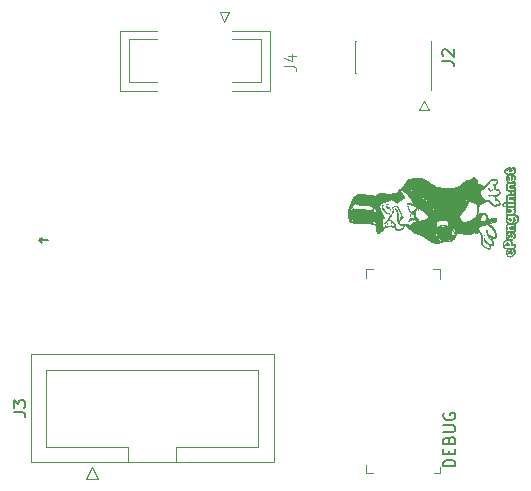
<source format=gto>
%TF.GenerationSoftware,KiCad,Pcbnew,5.1.8*%
%TF.CreationDate,2020-11-29T17:04:24-06:00*%
%TF.ProjectId,ePenguin-Debug,6550656e-6775-4696-9e2d-44656275672e,rev?*%
%TF.SameCoordinates,Original*%
%TF.FileFunction,Legend,Top*%
%TF.FilePolarity,Positive*%
%FSLAX46Y46*%
G04 Gerber Fmt 4.6, Leading zero omitted, Abs format (unit mm)*
G04 Created by KiCad (PCBNEW 5.1.8) date 2020-11-29 17:04:24*
%MOMM*%
%LPD*%
G01*
G04 APERTURE LIST*
%ADD10C,0.120000*%
%ADD11C,0.010000*%
%ADD12C,0.100000*%
%ADD13C,0.153000*%
%ADD14C,0.150000*%
%ADD15C,0.015000*%
G04 APERTURE END LIST*
D10*
X136900000Y-57200000D02*
X137300000Y-58000000D01*
X136500000Y-58000000D02*
X136900000Y-57200000D01*
X137300000Y-58000000D02*
X136500000Y-58000000D01*
X120400000Y-49700000D02*
X120000000Y-50500000D01*
X119600000Y-49700000D02*
X120400000Y-49700000D01*
X120000000Y-50500000D02*
X119600000Y-49700000D01*
D11*
%TO.C,G\u002A\u002A\u002A*%
G36*
X130475942Y-66613251D02*
G01*
X130507210Y-66376108D01*
X130531728Y-66265498D01*
X130598614Y-66057369D01*
X130691716Y-65833677D01*
X130799797Y-65616221D01*
X130911617Y-65426801D01*
X131015938Y-65287214D01*
X131056786Y-65247018D01*
X131184632Y-65165514D01*
X131324232Y-65111788D01*
X131339676Y-65108486D01*
X131514618Y-65094660D01*
X131753105Y-65103730D01*
X132037596Y-65134232D01*
X132350549Y-65184701D01*
X132425527Y-65199141D01*
X132782180Y-65269972D01*
X133004341Y-65117152D01*
X133216371Y-65001290D01*
X133399996Y-64965041D01*
X133555496Y-65008360D01*
X133578066Y-65022869D01*
X133642869Y-65051675D01*
X133741979Y-65063297D01*
X133894173Y-65058817D01*
X134022664Y-65048498D01*
X134296237Y-65012399D01*
X134503520Y-64961024D01*
X134638924Y-64896397D01*
X134696864Y-64820542D01*
X134698667Y-64803589D01*
X134740440Y-64725303D01*
X134863538Y-64648862D01*
X134868216Y-64646736D01*
X135023633Y-64537323D01*
X135184888Y-64348671D01*
X135348031Y-64085638D01*
X135391887Y-64002505D01*
X135465529Y-63894993D01*
X135549698Y-63819151D01*
X135555015Y-63816152D01*
X135633315Y-63794615D01*
X135775409Y-63773887D01*
X135960439Y-63756449D01*
X136148415Y-63745537D01*
X136648342Y-63724948D01*
X136960059Y-63879007D01*
X137152510Y-63982539D01*
X137355750Y-64105035D01*
X137523412Y-64218310D01*
X137689625Y-64338435D01*
X137815730Y-64418591D01*
X137929089Y-64469960D01*
X138057065Y-64503721D01*
X138227021Y-64531056D01*
X138319408Y-64543563D01*
X138582955Y-64568335D01*
X138863413Y-64577233D01*
X139139769Y-64571176D01*
X139391011Y-64551084D01*
X139596130Y-64517877D01*
X139712576Y-64482621D01*
X139826153Y-64417596D01*
X139968792Y-64312974D01*
X140111137Y-64190440D01*
X140121927Y-64180232D01*
X140295244Y-64026402D01*
X140439223Y-63929655D01*
X140574953Y-63879066D01*
X140723526Y-63863706D01*
X140732947Y-63863666D01*
X140857782Y-63841666D01*
X140942766Y-63763684D01*
X140948170Y-63755630D01*
X141036124Y-63673333D01*
X141132996Y-63663370D01*
X141227670Y-63715811D01*
X141309029Y-63820727D01*
X141365956Y-63968192D01*
X141387334Y-64147848D01*
X141390169Y-64259032D01*
X141407811Y-64302808D01*
X141453962Y-64296429D01*
X141492120Y-64279774D01*
X141568341Y-64257348D01*
X141645088Y-64273472D01*
X141753062Y-64335435D01*
X141768029Y-64345274D01*
X141892411Y-64415446D01*
X141977543Y-64430658D01*
X142012493Y-64418979D01*
X142135473Y-64321737D01*
X142258143Y-64173360D01*
X142335598Y-64044300D01*
X142453889Y-63898515D01*
X142624622Y-63807930D01*
X142831645Y-63778113D01*
X143027750Y-63805682D01*
X143105298Y-63861495D01*
X143123766Y-63960654D01*
X143084495Y-64087198D01*
X142992869Y-64220599D01*
X142896997Y-64364119D01*
X142882051Y-64483771D01*
X142948002Y-64579054D01*
X143017167Y-64620165D01*
X143151141Y-64697590D01*
X143261242Y-64788478D01*
X143325996Y-64873448D01*
X143334667Y-64906739D01*
X143306256Y-64976236D01*
X143236295Y-65071468D01*
X143147693Y-65167248D01*
X143063360Y-65238384D01*
X143012781Y-65260666D01*
X142960672Y-65290210D01*
X142952723Y-65359516D01*
X142983680Y-65439599D01*
X143048285Y-65501475D01*
X143057261Y-65505944D01*
X143188937Y-65608687D01*
X143285732Y-65770433D01*
X143313221Y-65855942D01*
X143317804Y-65942956D01*
X143263102Y-65997916D01*
X143229429Y-66014692D01*
X143070879Y-66055476D01*
X142890167Y-66060964D01*
X142890167Y-65979107D01*
X143087542Y-65966303D01*
X143206600Y-65927135D01*
X143249755Y-65860765D01*
X143250000Y-65854105D01*
X143222886Y-65760330D01*
X143157068Y-65663699D01*
X143075830Y-65590680D01*
X143002457Y-65567737D01*
X142998763Y-65568543D01*
X142945804Y-65559838D01*
X142921382Y-65486558D01*
X142918556Y-65457773D01*
X142909306Y-65371139D01*
X142885487Y-65316321D01*
X142828247Y-65276173D01*
X142718735Y-65233545D01*
X142643643Y-65207708D01*
X142546187Y-65173233D01*
X142505609Y-65154474D01*
X142528013Y-65151319D01*
X142619500Y-65163657D01*
X142786172Y-65191376D01*
X142858060Y-65203765D01*
X142953191Y-65208793D01*
X143034027Y-65175677D01*
X143132055Y-65090669D01*
X143143810Y-65078990D01*
X143229540Y-64986325D01*
X143282532Y-64915664D01*
X143291003Y-64894483D01*
X143259155Y-64846286D01*
X143187576Y-64784255D01*
X143075800Y-64723985D01*
X142938885Y-64675711D01*
X142924323Y-64672091D01*
X142835451Y-64647795D01*
X142805124Y-64632167D01*
X142812252Y-64629919D01*
X142836571Y-64603652D01*
X142830820Y-64522639D01*
X142805029Y-64412214D01*
X142774357Y-64288754D01*
X142768930Y-64228928D01*
X142791035Y-64214874D01*
X142829095Y-64224270D01*
X142898938Y-64220249D01*
X142967686Y-64151476D01*
X142994909Y-64109640D01*
X143062802Y-63984405D01*
X143072017Y-63910348D01*
X143014628Y-63874502D01*
X142882710Y-63863899D01*
X142844577Y-63863666D01*
X142698460Y-63869787D01*
X142603335Y-63895829D01*
X142525946Y-63953315D01*
X142495327Y-63984671D01*
X142392510Y-64109311D01*
X142299916Y-64243848D01*
X142297182Y-64248404D01*
X142213727Y-64347625D01*
X142083141Y-64459498D01*
X141958892Y-64544361D01*
X141783995Y-64669230D01*
X141682679Y-64796058D01*
X141645440Y-64943092D01*
X141660569Y-65117094D01*
X141719487Y-65270976D01*
X141824097Y-65409989D01*
X141952902Y-65512435D01*
X142084404Y-65556621D01*
X142096450Y-65557000D01*
X142304013Y-65586895D01*
X142466316Y-65671484D01*
X142558693Y-65783839D01*
X142628505Y-65899356D01*
X142705086Y-65957764D01*
X142820091Y-65977711D01*
X142890167Y-65979107D01*
X142890167Y-66060964D01*
X142880557Y-66061256D01*
X142704066Y-66031409D01*
X142677424Y-66022258D01*
X142578194Y-65949861D01*
X142518391Y-65856024D01*
X142430786Y-65723251D01*
X142304271Y-65655764D01*
X142157023Y-65656325D01*
X142007220Y-65727694D01*
X141956729Y-65770706D01*
X141838167Y-65859064D01*
X141719396Y-65906683D01*
X141700858Y-65909179D01*
X141675125Y-65918304D01*
X141675125Y-65677007D01*
X141672194Y-65636841D01*
X141619473Y-65544158D01*
X141577834Y-65481427D01*
X141512957Y-65374610D01*
X141475587Y-65291119D01*
X141472000Y-65272006D01*
X141445580Y-65222291D01*
X141429667Y-65218333D01*
X141394816Y-65249014D01*
X141400072Y-65326633D01*
X141435881Y-65429554D01*
X141492688Y-65536144D01*
X141560940Y-65624767D01*
X141630750Y-65673681D01*
X141675125Y-65677007D01*
X141675125Y-65918304D01*
X141596135Y-65946315D01*
X141519969Y-66044145D01*
X141468811Y-66210021D01*
X141439114Y-66451293D01*
X141439102Y-66451460D01*
X141418682Y-66736859D01*
X141758460Y-66716766D01*
X141928433Y-66708244D01*
X142035909Y-66710519D01*
X142102843Y-66728359D01*
X142151189Y-66766531D01*
X142187286Y-66809879D01*
X142254135Y-66941616D01*
X142276334Y-67065542D01*
X142281680Y-67146419D01*
X142307761Y-67191683D01*
X142369639Y-67204308D01*
X142482377Y-67187269D01*
X142661039Y-67143539D01*
X142665502Y-67142383D01*
X142848295Y-67107675D01*
X142965140Y-67118487D01*
X143023197Y-67177638D01*
X143029890Y-67285778D01*
X143012565Y-67343939D01*
X142965432Y-67390517D01*
X142871449Y-67436508D01*
X142713574Y-67492907D01*
X142703839Y-67496150D01*
X142390511Y-67600330D01*
X142625011Y-67816915D01*
X142765904Y-67958903D01*
X142856156Y-68085395D01*
X142916326Y-68226711D01*
X142927756Y-68263433D01*
X142984501Y-68492722D01*
X142996254Y-68654533D01*
X142961098Y-68754279D01*
X142877114Y-68797373D01*
X142742386Y-68789226D01*
X142741537Y-68789057D01*
X142652610Y-68780750D01*
X142620416Y-68811278D01*
X142641121Y-68892670D01*
X142681114Y-68978520D01*
X142723061Y-69114323D01*
X142734595Y-69262835D01*
X142734030Y-69270774D01*
X142719566Y-69374529D01*
X142686130Y-69416073D01*
X142613374Y-69417849D01*
X142601868Y-69416553D01*
X142524466Y-69412898D01*
X142497558Y-69442189D01*
X142506310Y-69526968D01*
X142511329Y-69554136D01*
X142525400Y-69654136D01*
X142505098Y-69696302D01*
X142444848Y-69704140D01*
X142444848Y-69666718D01*
X142468071Y-69655040D01*
X142467533Y-69607174D01*
X142442553Y-69512807D01*
X142435199Y-69491208D01*
X142396900Y-69383951D01*
X142371920Y-69332905D01*
X142343636Y-69315085D01*
X142303199Y-69308692D01*
X142208442Y-69262176D01*
X142103411Y-69164935D01*
X142010576Y-69044260D01*
X141952407Y-68927448D01*
X141943432Y-68871681D01*
X141948527Y-68792862D01*
X141955916Y-68795681D01*
X141968112Y-68859000D01*
X142027285Y-68990519D01*
X142145771Y-69123812D01*
X142301319Y-69237940D01*
X142438682Y-69301783D01*
X142578556Y-69347092D01*
X142656746Y-69361059D01*
X142691115Y-69341335D01*
X142699526Y-69285574D01*
X142699667Y-69267484D01*
X142685129Y-69140348D01*
X142648525Y-69025300D01*
X142600371Y-68946601D01*
X142552538Y-68927959D01*
X142483518Y-68917634D01*
X142464575Y-68897678D01*
X142456757Y-68865435D01*
X142477023Y-68873382D01*
X142526009Y-68864160D01*
X142549368Y-68828123D01*
X142541233Y-68750867D01*
X142481775Y-68684561D01*
X142402199Y-68659066D01*
X142378067Y-68664215D01*
X142327864Y-68644135D01*
X142278804Y-68572350D01*
X142240898Y-68468994D01*
X142209131Y-68348342D01*
X142187797Y-68234141D01*
X142181189Y-68150138D01*
X142193601Y-68120079D01*
X142197318Y-68121659D01*
X142228875Y-68178464D01*
X142234000Y-68220181D01*
X142267641Y-68407243D01*
X142370220Y-68550382D01*
X142544216Y-68651933D01*
X142752584Y-68707731D01*
X142911334Y-68735836D01*
X142911334Y-68565441D01*
X142894120Y-68406653D01*
X142852166Y-68247707D01*
X142847073Y-68234444D01*
X142787255Y-68129430D01*
X142690211Y-68003991D01*
X142572305Y-67874487D01*
X142449899Y-67757278D01*
X142339359Y-67668722D01*
X142257046Y-67625181D01*
X142236361Y-67623883D01*
X142167344Y-67642151D01*
X142040837Y-67678868D01*
X141880160Y-67727216D01*
X141821250Y-67745289D01*
X141645529Y-67803215D01*
X141538180Y-67849751D01*
X141485081Y-67892558D01*
X141472000Y-67934758D01*
X141499398Y-68053917D01*
X141572428Y-68206357D01*
X141677343Y-68365006D01*
X141713482Y-68410365D01*
X141762634Y-68476580D01*
X141792100Y-68545491D01*
X141805918Y-68639330D01*
X141808125Y-68780332D01*
X141805050Y-68914638D01*
X141794047Y-69296048D01*
X141975853Y-69457386D01*
X142096904Y-69546176D01*
X142231074Y-69616948D01*
X142354883Y-69660271D01*
X142444848Y-69666718D01*
X142444848Y-69704140D01*
X142433882Y-69705567D01*
X142410801Y-69705666D01*
X142209108Y-69674725D01*
X142019581Y-69576163D01*
X141881533Y-69459729D01*
X141793151Y-69370789D01*
X141747151Y-69300964D01*
X141733379Y-69218884D01*
X141741681Y-69093175D01*
X141746825Y-69043534D01*
X141752607Y-68800025D01*
X141719322Y-68589767D01*
X141650898Y-68431341D01*
X141606169Y-68378654D01*
X141533208Y-68333492D01*
X141445794Y-68338692D01*
X141396568Y-68354124D01*
X141271870Y-68375013D01*
X141271870Y-68266333D01*
X141277611Y-68237579D01*
X141246406Y-68168502D01*
X141194221Y-68084877D01*
X141137017Y-68012481D01*
X141093170Y-67977779D01*
X141052563Y-67996041D01*
X141048667Y-68016660D01*
X141076649Y-68084050D01*
X141142174Y-68168689D01*
X141217610Y-68239667D01*
X141271870Y-68266333D01*
X141271870Y-68375013D01*
X141256428Y-68377600D01*
X141188588Y-68357389D01*
X141111187Y-68341023D01*
X141010281Y-68379009D01*
X140993813Y-68388679D01*
X140993813Y-68224000D01*
X141066258Y-68216569D01*
X141066968Y-68184765D01*
X141048667Y-68160500D01*
X140969631Y-68113531D01*
X140874150Y-68097000D01*
X140787226Y-68108384D01*
X140752334Y-68134804D01*
X140790683Y-68183340D01*
X140890529Y-68215579D01*
X140993813Y-68224000D01*
X140993813Y-68388679D01*
X140971403Y-68401840D01*
X140908244Y-68437908D01*
X140846791Y-68460254D01*
X140769197Y-68469801D01*
X140657613Y-68467473D01*
X140494193Y-68454195D01*
X140311341Y-68436024D01*
X140057205Y-68412723D01*
X139872052Y-68406861D01*
X139740939Y-68424696D01*
X139648925Y-68472484D01*
X139612156Y-68517996D01*
X139612156Y-68366419D01*
X139657325Y-68361130D01*
X139766320Y-68334121D01*
X139922449Y-68289861D01*
X140096167Y-68236867D01*
X140573220Y-68086612D01*
X140973711Y-67959800D01*
X141302006Y-67855002D01*
X141562473Y-67770787D01*
X141759480Y-67705726D01*
X141897394Y-67658388D01*
X141980584Y-67627343D01*
X142013416Y-67611162D01*
X142014034Y-67608923D01*
X141970950Y-67616177D01*
X141856985Y-67644435D01*
X141682504Y-67690878D01*
X141627176Y-67706101D01*
X141627176Y-67391398D01*
X141673336Y-67390529D01*
X141778575Y-67372581D01*
X141917534Y-67342032D01*
X142191667Y-67276441D01*
X142191667Y-67095703D01*
X142173131Y-66944058D01*
X142110528Y-66839896D01*
X142099018Y-66828649D01*
X142000295Y-66757375D01*
X141912913Y-66755364D01*
X141809870Y-66823406D01*
X141793754Y-66837583D01*
X141701552Y-66969566D01*
X141649202Y-67154003D01*
X141630593Y-67280580D01*
X141623895Y-67368029D01*
X141627176Y-67391398D01*
X141627176Y-67706101D01*
X141457870Y-67752686D01*
X141193449Y-67827040D01*
X140899605Y-67911117D01*
X140838743Y-67928700D01*
X140471970Y-68035682D01*
X140283823Y-68091978D01*
X140283823Y-67464405D01*
X140436846Y-67445052D01*
X140628233Y-67394882D01*
X140926264Y-67285053D01*
X141145007Y-67151351D01*
X141287185Y-66990955D01*
X141355519Y-66801045D01*
X141359852Y-66636500D01*
X141356586Y-66462777D01*
X141371235Y-66284253D01*
X141379689Y-66234333D01*
X141399145Y-66112039D01*
X141387109Y-66034306D01*
X141333677Y-65963824D01*
X141298779Y-65929576D01*
X141186388Y-65850040D01*
X141035965Y-65777037D01*
X140958066Y-65749659D01*
X140825262Y-65712802D01*
X140806834Y-65708520D01*
X140806834Y-64228611D01*
X140845288Y-64216593D01*
X140906477Y-64154191D01*
X140972621Y-64065365D01*
X141025937Y-63974075D01*
X141048644Y-63904280D01*
X141048667Y-63902752D01*
X141041194Y-63835623D01*
X141031523Y-63821333D01*
X140999391Y-63854593D01*
X140946333Y-63936757D01*
X140886928Y-64041399D01*
X140835754Y-64142094D01*
X140807390Y-64212415D01*
X140806834Y-64228611D01*
X140806834Y-65708520D01*
X140722743Y-65688979D01*
X140686901Y-65684000D01*
X140644695Y-65720296D01*
X140591806Y-65813068D01*
X140561480Y-65885083D01*
X140432410Y-66171484D01*
X140291726Y-66405073D01*
X140291726Y-66099328D01*
X140319792Y-66086598D01*
X140324184Y-66082636D01*
X140399785Y-65972230D01*
X140464476Y-65802166D01*
X140511353Y-65597361D01*
X140533512Y-65382728D01*
X140534347Y-65324166D01*
X140531987Y-65027833D01*
X140478104Y-65345333D01*
X140415853Y-65666254D01*
X140347989Y-65922473D01*
X140306194Y-66043833D01*
X140291726Y-66099328D01*
X140291726Y-66405073D01*
X140252606Y-66470028D01*
X140064855Y-66730215D01*
X139969671Y-66857990D01*
X139898726Y-66959952D01*
X139864635Y-67017782D01*
X139863334Y-67022842D01*
X139884523Y-67071920D01*
X139939285Y-67168000D01*
X139994747Y-67257210D01*
X140081954Y-67374653D01*
X140171919Y-67442328D01*
X140283823Y-67464405D01*
X140283823Y-68091978D01*
X140180088Y-68123017D01*
X139956255Y-68193149D01*
X139793628Y-68248517D01*
X139685365Y-68291566D01*
X139624622Y-68324735D01*
X139604557Y-68350468D01*
X139612156Y-68366419D01*
X139612156Y-68517996D01*
X139581065Y-68556480D01*
X139522419Y-68682941D01*
X139485428Y-68781830D01*
X139420227Y-68876089D01*
X139398310Y-68894590D01*
X139398310Y-68547997D01*
X139511397Y-68513892D01*
X139560128Y-68424785D01*
X139544387Y-68280819D01*
X139506995Y-68175394D01*
X139501184Y-68164573D01*
X139501184Y-67038018D01*
X139648549Y-67027968D01*
X139752008Y-66987724D01*
X139828825Y-66925336D01*
X139899130Y-66848623D01*
X139928004Y-66797672D01*
X139926225Y-66791114D01*
X139884855Y-66802100D01*
X139812856Y-66857158D01*
X139807521Y-66862111D01*
X139732933Y-66915519D01*
X139636167Y-66943924D01*
X139490007Y-66954128D01*
X139482334Y-66954203D01*
X139482334Y-66784666D01*
X139523437Y-66752452D01*
X139524667Y-66742333D01*
X139492452Y-66701230D01*
X139482334Y-66700000D01*
X139441230Y-66732214D01*
X139440000Y-66742333D01*
X139472215Y-66783436D01*
X139482334Y-66784666D01*
X139482334Y-66954203D01*
X139437272Y-66954648D01*
X139289323Y-66959144D01*
X139220800Y-66972380D01*
X139226815Y-66995331D01*
X139228334Y-66996333D01*
X139306459Y-67020684D01*
X139432342Y-67035738D01*
X139501184Y-67038018D01*
X139501184Y-68164573D01*
X139444667Y-68059321D01*
X139370270Y-67965027D01*
X139301251Y-67910965D01*
X139258035Y-67912076D01*
X139262513Y-67959875D01*
X139310005Y-68039221D01*
X139314387Y-68044878D01*
X139369971Y-68128543D01*
X139396659Y-68192797D01*
X139390385Y-68219460D01*
X139347083Y-68190349D01*
X139346867Y-68190133D01*
X139274117Y-68142377D01*
X139226704Y-68172459D01*
X139202699Y-68282211D01*
X139199816Y-68329834D01*
X139201119Y-68445071D01*
X139212899Y-68516495D01*
X139220983Y-68526959D01*
X139398310Y-68547997D01*
X139398310Y-68894590D01*
X139302252Y-68975681D01*
X139248370Y-69010067D01*
X139129705Y-69075063D01*
X139040394Y-69102324D01*
X139003920Y-69100612D01*
X139003920Y-69028333D01*
X139088466Y-69014183D01*
X139190547Y-68979627D01*
X139283506Y-68936504D01*
X139340687Y-68896653D01*
X139344966Y-68876854D01*
X139297005Y-68877039D01*
X139203809Y-68901590D01*
X139190129Y-68906237D01*
X139003992Y-68934344D01*
X138796208Y-68907406D01*
X138709750Y-68879239D01*
X138649060Y-68873427D01*
X138635667Y-68892663D01*
X138672798Y-68935274D01*
X138765042Y-68979140D01*
X138883678Y-69013680D01*
X138999985Y-69028312D01*
X139003920Y-69028333D01*
X139003920Y-69100612D01*
X138941228Y-69097669D01*
X138821770Y-69073383D01*
X138678989Y-69046382D01*
X138577639Y-69046810D01*
X138477945Y-69078147D01*
X138410336Y-69109368D01*
X138306344Y-69145665D01*
X138306344Y-69060040D01*
X138377798Y-69050350D01*
X138478058Y-69014471D01*
X138504055Y-68976098D01*
X138454347Y-68948915D01*
X138389046Y-68943666D01*
X138263478Y-68909735D01*
X138179826Y-68848292D01*
X138094548Y-68729989D01*
X138047041Y-68641239D01*
X138047041Y-67974520D01*
X138100065Y-67972579D01*
X138192090Y-67927096D01*
X138360002Y-67864969D01*
X138563696Y-67850374D01*
X138768082Y-67884520D01*
X138826167Y-67905222D01*
X138881754Y-67922360D01*
X138870065Y-67896019D01*
X138863217Y-67888397D01*
X138793947Y-67841700D01*
X138682661Y-67791473D01*
X138654809Y-67781389D01*
X138454146Y-67751168D01*
X138254383Y-67802043D01*
X138143639Y-67863677D01*
X138058552Y-67934275D01*
X138047041Y-67974520D01*
X138047041Y-68641239D01*
X138005925Y-68564427D01*
X137977620Y-68498390D01*
X137977620Y-67885333D01*
X138021158Y-67863694D01*
X138108437Y-67809122D01*
X138152861Y-67779500D01*
X138351561Y-67691739D01*
X138563837Y-67679026D01*
X138766697Y-67742111D01*
X138795440Y-67758491D01*
X138889420Y-67812890D01*
X138948381Y-67841647D01*
X138954190Y-67843000D01*
X138965297Y-67804732D01*
X138972613Y-67706157D01*
X138974334Y-67613668D01*
X138974334Y-67384336D01*
X138783679Y-67311524D01*
X138605562Y-67270648D01*
X138397240Y-67262318D01*
X138195475Y-67285261D01*
X138038549Y-67337382D01*
X137990782Y-67355352D01*
X137967003Y-67331193D01*
X137958994Y-67248144D01*
X137958334Y-67173783D01*
X137932582Y-66950526D01*
X137859796Y-66685262D01*
X137746676Y-66401409D01*
X137722790Y-66350651D01*
X137676885Y-66246904D01*
X137671590Y-66178760D01*
X137710289Y-66105777D01*
X137747572Y-66054317D01*
X137848920Y-65916833D01*
X137744877Y-65984905D01*
X137648958Y-66070098D01*
X137591693Y-66149478D01*
X137565995Y-66233353D01*
X137600194Y-66306288D01*
X137624472Y-66333910D01*
X137704888Y-66458933D01*
X137778979Y-66641903D01*
X137839570Y-66856103D01*
X137879485Y-67074816D01*
X137891551Y-67271328D01*
X137888959Y-67318766D01*
X137880387Y-67455378D01*
X137886716Y-67516082D01*
X137908886Y-67508476D01*
X137911952Y-67504333D01*
X137938601Y-67486307D01*
X137952933Y-67533444D01*
X137957654Y-67655132D01*
X137957685Y-67663083D01*
X137961363Y-67787292D01*
X137970114Y-67867958D01*
X137977620Y-67885333D01*
X137977620Y-68498390D01*
X137928760Y-68384397D01*
X137877853Y-68222690D01*
X137866457Y-68154060D01*
X137856394Y-68021998D01*
X137511335Y-67983171D01*
X137511335Y-66911666D01*
X137572500Y-66897715D01*
X137556982Y-66866693D01*
X137556982Y-65712341D01*
X137609109Y-65696561D01*
X137705794Y-65625767D01*
X137801151Y-65553803D01*
X137874962Y-65512276D01*
X137887498Y-65508901D01*
X137890789Y-65498591D01*
X137832718Y-65483585D01*
X137732598Y-65493133D01*
X137636203Y-65571180D01*
X137629463Y-65578901D01*
X137561684Y-65671843D01*
X137556982Y-65712341D01*
X137556982Y-66866693D01*
X137554164Y-66861059D01*
X137537925Y-66849974D01*
X137483555Y-66855283D01*
X137471927Y-66868643D01*
X137481124Y-66905458D01*
X137511335Y-66911666D01*
X137511335Y-67983171D01*
X137415878Y-67972429D01*
X137232561Y-67953576D01*
X137082983Y-67941542D01*
X136985467Y-67937595D01*
X136957554Y-67940668D01*
X136985800Y-67956978D01*
X137080861Y-67981941D01*
X137225760Y-68012064D01*
X137403519Y-68043854D01*
X137597164Y-68073819D01*
X137621344Y-68077221D01*
X137738303Y-68096778D01*
X137791916Y-68125695D01*
X137802804Y-68184211D01*
X137796565Y-68249193D01*
X137810171Y-68397748D01*
X137871300Y-68577842D01*
X137967167Y-68761592D01*
X138084984Y-68921111D01*
X138122365Y-68959753D01*
X138219663Y-69037801D01*
X138306344Y-69060040D01*
X138306344Y-69145665D01*
X138120301Y-69210603D01*
X137842319Y-69228514D01*
X137578515Y-69163344D01*
X137452030Y-69087705D01*
X137452030Y-68838882D01*
X137470170Y-68821656D01*
X137469240Y-68756169D01*
X137453388Y-68675580D01*
X137426763Y-68613047D01*
X137423212Y-68608528D01*
X137412084Y-68630941D01*
X137408000Y-68701279D01*
X137423263Y-68794113D01*
X137452030Y-68838882D01*
X137452030Y-69087705D01*
X137331016Y-69015336D01*
X137290114Y-68981434D01*
X137117902Y-68854061D01*
X137108253Y-68848213D01*
X137108253Y-68682765D01*
X137077807Y-68649435D01*
X137048167Y-68623066D01*
X136940554Y-68544888D01*
X136878834Y-68507783D01*
X136878834Y-67927666D01*
X136900000Y-67906500D01*
X136878834Y-67885333D01*
X136857667Y-67906500D01*
X136878834Y-67927666D01*
X136878834Y-68507783D01*
X136791643Y-68455363D01*
X136667167Y-68390472D01*
X136579017Y-68352273D01*
X136579017Y-67708870D01*
X136661243Y-67675460D01*
X136790434Y-67601104D01*
X136911720Y-67522122D01*
X136959397Y-67478981D01*
X136934605Y-67475237D01*
X136838483Y-67514443D01*
X136772998Y-67546668D01*
X136655672Y-67596347D01*
X136563375Y-67617690D01*
X136538218Y-67615277D01*
X136498979Y-67620359D01*
X136504519Y-67654656D01*
X136532566Y-67700851D01*
X136579017Y-67708870D01*
X136579017Y-68352273D01*
X136509512Y-68322153D01*
X136358294Y-68268855D01*
X136265000Y-68245760D01*
X136188222Y-68235956D01*
X136175044Y-68242965D01*
X136230614Y-68272515D01*
X136328500Y-68316444D01*
X136471893Y-68382436D01*
X136653726Y-68469949D01*
X136837380Y-68561323D01*
X136857667Y-68571640D01*
X137005751Y-68645910D01*
X137086757Y-68682271D01*
X137108253Y-68682765D01*
X137108253Y-68848213D01*
X136889460Y-68715605D01*
X136629674Y-68579243D01*
X136363430Y-68458152D01*
X136145093Y-68375202D01*
X136096831Y-68357081D01*
X136096831Y-67712182D01*
X136216907Y-67690072D01*
X136322937Y-67628504D01*
X136385624Y-67547180D01*
X136392000Y-67513680D01*
X136385532Y-67486803D01*
X136385532Y-67368603D01*
X136521605Y-67358757D01*
X136540078Y-67356886D01*
X136746729Y-67321710D01*
X136940947Y-67264493D01*
X137105741Y-67192920D01*
X137224122Y-67114674D01*
X137279100Y-67037441D01*
X137281000Y-67021764D01*
X137252360Y-66972610D01*
X137215747Y-66929052D01*
X137215747Y-65747500D01*
X137122469Y-65615503D01*
X137033148Y-65508787D01*
X136940548Y-65425699D01*
X136932845Y-65420447D01*
X136838612Y-65373583D01*
X136698995Y-65320292D01*
X136596860Y-65287776D01*
X136474958Y-65238822D01*
X136329054Y-65160718D01*
X136178132Y-65066341D01*
X136041181Y-64968567D01*
X135937186Y-64880275D01*
X135885133Y-64814340D01*
X135882478Y-64803257D01*
X135856465Y-64754957D01*
X135793746Y-64671600D01*
X135773154Y-64646833D01*
X135705138Y-64569023D01*
X135680028Y-64553235D01*
X135686542Y-64596438D01*
X135694407Y-64625666D01*
X135736693Y-64703791D01*
X135823919Y-64819399D01*
X135939778Y-64951516D01*
X135981927Y-64995581D01*
X136138232Y-65144961D01*
X136272830Y-65245086D01*
X136413902Y-65315108D01*
X136496113Y-65344960D01*
X136668173Y-65408442D01*
X136817820Y-65480899D01*
X136977208Y-65579459D01*
X137110790Y-65672440D01*
X137215747Y-65747500D01*
X137215747Y-66929052D01*
X137175512Y-66881184D01*
X137064066Y-66763067D01*
X136995250Y-66694605D01*
X136929047Y-66633408D01*
X136929047Y-66179053D01*
X136936952Y-66171116D01*
X136906482Y-66101886D01*
X136835831Y-65965374D01*
X136832535Y-65959166D01*
X136753570Y-65813834D01*
X136686523Y-65696392D01*
X136643655Y-65628181D01*
X136638811Y-65622039D01*
X136587821Y-65622187D01*
X136505030Y-65686114D01*
X136486673Y-65705033D01*
X136435325Y-65764117D01*
X136437226Y-65772770D01*
X136458834Y-65756410D01*
X136549512Y-65696555D01*
X136614895Y-65701773D01*
X136673647Y-65778819D01*
X136706163Y-65845933D01*
X136782479Y-65986642D01*
X136873122Y-66117812D01*
X136884572Y-66131683D01*
X136929047Y-66179053D01*
X136929047Y-66633408D01*
X136843518Y-66554345D01*
X136696299Y-66431310D01*
X136563941Y-66332291D01*
X136456789Y-66264080D01*
X136385193Y-66233465D01*
X136359498Y-66247239D01*
X136374546Y-66287250D01*
X136387239Y-66318991D01*
X136349649Y-66289324D01*
X136347411Y-66287250D01*
X136340390Y-66282195D01*
X136340390Y-65916833D01*
X136345029Y-65719307D01*
X136342201Y-65599130D01*
X136315211Y-65518668D01*
X136246935Y-65445117D01*
X136169750Y-65383511D01*
X135989834Y-65245240D01*
X136128321Y-65393485D01*
X136253719Y-65579775D01*
X136303599Y-65729281D01*
X136340390Y-65916833D01*
X136340390Y-66282195D01*
X136284686Y-66242087D01*
X136261123Y-66234333D01*
X136229541Y-66272987D01*
X136201054Y-66374245D01*
X136177644Y-66516051D01*
X136161293Y-66676351D01*
X136153985Y-66833089D01*
X136157700Y-66964209D01*
X136174423Y-67047657D01*
X136186579Y-67063693D01*
X136207145Y-67100710D01*
X136184793Y-67120577D01*
X136171369Y-67168806D01*
X136220057Y-67237779D01*
X136270112Y-67310503D01*
X136273034Y-67356873D01*
X136296515Y-67367975D01*
X136385532Y-67368603D01*
X136385532Y-67486803D01*
X136382913Y-67475920D01*
X136348183Y-67506885D01*
X136326603Y-67536528D01*
X136239281Y-67614834D01*
X136125520Y-67669130D01*
X136041524Y-67695508D01*
X136034734Y-67707546D01*
X136096831Y-67712182D01*
X136096831Y-68357081D01*
X135983425Y-68314499D01*
X135869848Y-68248791D01*
X135771288Y-68154280D01*
X135679924Y-68040494D01*
X135583528Y-67922115D01*
X135502093Y-67836423D01*
X135452284Y-67800832D01*
X135450424Y-67800667D01*
X135382786Y-67775116D01*
X135337000Y-67742174D01*
X135250381Y-67685121D01*
X135160599Y-67651696D01*
X135095550Y-67649634D01*
X135079667Y-67670814D01*
X135113725Y-67711324D01*
X135140668Y-67716000D01*
X135212924Y-67737531D01*
X135212362Y-67802146D01*
X135138975Y-67909879D01*
X135087068Y-67967327D01*
X134978699Y-68070686D01*
X134888379Y-68122357D01*
X134783913Y-68138798D01*
X134750579Y-68139333D01*
X134735513Y-68136973D01*
X134735513Y-68046762D01*
X134876265Y-68043882D01*
X134975660Y-68002830D01*
X135021171Y-67965299D01*
X135090726Y-67890487D01*
X135121880Y-67838264D01*
X135122000Y-67836481D01*
X135087703Y-67798440D01*
X135001150Y-67742140D01*
X134953286Y-67716316D01*
X134818566Y-67634905D01*
X134727012Y-67541034D01*
X134670697Y-67416987D01*
X134641692Y-67245045D01*
X134632071Y-67007489D01*
X134631992Y-66998206D01*
X134622706Y-66752461D01*
X134596251Y-66573593D01*
X134548015Y-66444749D01*
X134473389Y-66349074D01*
X134448335Y-66326924D01*
X134408188Y-66287060D01*
X134436924Y-66285948D01*
X134442091Y-66287260D01*
X134508787Y-66330460D01*
X134584528Y-66412354D01*
X134585525Y-66413684D01*
X134625808Y-66484002D01*
X134652721Y-66578849D01*
X134669628Y-66717293D01*
X134679889Y-66918401D01*
X134681075Y-66955544D01*
X134688051Y-67137291D01*
X134696503Y-67284679D01*
X134705196Y-67379038D01*
X134710714Y-67403492D01*
X134741351Y-67385596D01*
X134789733Y-67310251D01*
X134845458Y-67199855D01*
X134898124Y-67076810D01*
X134937328Y-66963516D01*
X134952667Y-66882476D01*
X134930082Y-66776737D01*
X134872269Y-66640801D01*
X134825667Y-66558651D01*
X134756114Y-66443688D01*
X134710447Y-66358043D01*
X134699750Y-66328113D01*
X134716986Y-66324148D01*
X134759204Y-66378657D01*
X134816403Y-66473015D01*
X134878582Y-66588596D01*
X134935738Y-66706774D01*
X134977871Y-66808923D01*
X134994978Y-66876416D01*
X134995000Y-66877955D01*
X135014723Y-66972570D01*
X135069084Y-67001244D01*
X135118390Y-67007837D01*
X135084657Y-67021637D01*
X135073176Y-67024726D01*
X135003070Y-67074254D01*
X134920115Y-67173252D01*
X134843686Y-67292899D01*
X134793159Y-67404369D01*
X134783334Y-67455909D01*
X134804165Y-67540122D01*
X134874659Y-67590745D01*
X135006819Y-67612977D01*
X135148852Y-67614273D01*
X135298329Y-67615322D01*
X135374691Y-67629588D01*
X135388750Y-67659136D01*
X135388420Y-67660029D01*
X135403862Y-67708453D01*
X135474732Y-67737602D01*
X135572982Y-67742331D01*
X135670561Y-67717497D01*
X135678974Y-67713310D01*
X135781453Y-67649074D01*
X135893252Y-67565332D01*
X135897832Y-67561544D01*
X136006465Y-67493982D01*
X136111354Y-67462328D01*
X136120082Y-67462000D01*
X136202009Y-67435189D01*
X136220794Y-67365436D01*
X136174057Y-67268756D01*
X136152606Y-67243083D01*
X136072255Y-67175496D01*
X136023472Y-67181145D01*
X136011000Y-67237258D01*
X136004324Y-67281442D01*
X135973624Y-67259274D01*
X135947500Y-67226674D01*
X135896583Y-67169670D01*
X135858757Y-67180174D01*
X135820500Y-67226674D01*
X135773195Y-67281445D01*
X135757471Y-67262102D01*
X135755226Y-67205508D01*
X135750383Y-67146952D01*
X135731569Y-67150541D01*
X135687840Y-67222191D01*
X135672334Y-67250333D01*
X135615621Y-67342592D01*
X135591105Y-67361732D01*
X135602103Y-67314222D01*
X135650900Y-67208516D01*
X135706922Y-67125174D01*
X135777544Y-67101139D01*
X135853947Y-67108925D01*
X135978562Y-67108955D01*
X136052575Y-67060747D01*
X136088230Y-66996974D01*
X136059761Y-66957972D01*
X136028768Y-66897429D01*
X136035262Y-66855365D01*
X136035665Y-66799717D01*
X135971175Y-66784666D01*
X135874451Y-66750390D01*
X135770938Y-66665162D01*
X135688272Y-66555383D01*
X135659756Y-66487143D01*
X135647921Y-66415261D01*
X135668443Y-66418998D01*
X135718897Y-66496782D01*
X135743200Y-66541250D01*
X135792870Y-66623592D01*
X135820653Y-66634318D01*
X135832491Y-66602502D01*
X135857932Y-66551516D01*
X135908704Y-66575935D01*
X135957324Y-66603140D01*
X135969315Y-66567600D01*
X135977789Y-66533026D01*
X136008740Y-66570792D01*
X136041921Y-66597696D01*
X136076185Y-66555847D01*
X136097282Y-66507292D01*
X136152607Y-66371294D01*
X136200932Y-66255500D01*
X136237085Y-66143389D01*
X136216717Y-66085505D01*
X136130588Y-66065840D01*
X136090972Y-66065000D01*
X135974004Y-66043636D01*
X135837136Y-65990340D01*
X135798246Y-65969750D01*
X135684704Y-65912678D01*
X135609226Y-65901345D01*
X135550207Y-65925424D01*
X135481781Y-65955004D01*
X135448773Y-65925662D01*
X135447797Y-65923188D01*
X135465084Y-65882288D01*
X135540185Y-65862500D01*
X135648841Y-65864135D01*
X135766793Y-65887505D01*
X135844100Y-65918091D01*
X135962786Y-65971310D01*
X136027767Y-65978234D01*
X136038508Y-65935268D01*
X135994478Y-65838820D01*
X135895140Y-65685297D01*
X135787157Y-65534798D01*
X135618459Y-65317887D01*
X135446463Y-65118652D01*
X135281963Y-64947733D01*
X135135751Y-64815770D01*
X135018620Y-64733406D01*
X134950902Y-64710333D01*
X134865827Y-64734690D01*
X134802008Y-64772487D01*
X134749261Y-64818605D01*
X134764751Y-64834538D01*
X134790154Y-64835987D01*
X134853352Y-64865432D01*
X134935368Y-64940743D01*
X135024602Y-65045253D01*
X135109455Y-65162295D01*
X135178327Y-65275201D01*
X135219618Y-65367303D01*
X135221730Y-65421933D01*
X135203546Y-65430000D01*
X135149070Y-65454144D01*
X135048473Y-65517927D01*
X134921970Y-65608377D01*
X134901426Y-65623886D01*
X134646482Y-65817773D01*
X134368817Y-65681079D01*
X134091151Y-65544384D01*
X133738951Y-65659083D01*
X133475974Y-65758035D01*
X133291558Y-65859797D01*
X133179616Y-65969012D01*
X133134064Y-66090325D01*
X133132334Y-66121959D01*
X133158848Y-66337687D01*
X133242697Y-66567631D01*
X133364869Y-66789730D01*
X133465393Y-66967926D01*
X133509187Y-67086185D01*
X133496629Y-67147074D01*
X133428099Y-67153163D01*
X133418084Y-67150832D01*
X133372031Y-67142588D01*
X133344689Y-67156854D01*
X133332242Y-67209264D01*
X133330872Y-67315451D01*
X133336526Y-67484884D01*
X133344690Y-67659512D01*
X133356517Y-67767557D01*
X133377561Y-67827078D01*
X133413374Y-67856139D01*
X133454649Y-67869158D01*
X133579710Y-67861825D01*
X133635917Y-67825830D01*
X133721745Y-67781446D01*
X133781848Y-67782805D01*
X133868063Y-67787960D01*
X133981228Y-67763875D01*
X133985461Y-67762424D01*
X134091116Y-67737145D01*
X134163740Y-67758611D01*
X134196081Y-67784399D01*
X134290136Y-67834910D01*
X134361399Y-67815194D01*
X134389501Y-67736237D01*
X134382527Y-67683855D01*
X134348978Y-67594564D01*
X134314537Y-67553722D01*
X134278572Y-67505124D01*
X134275334Y-67480499D01*
X134239076Y-67423140D01*
X134149687Y-67360028D01*
X134036245Y-67305664D01*
X133927827Y-67274549D01*
X133865032Y-67275882D01*
X133817449Y-67286659D01*
X133844099Y-67261024D01*
X133846840Y-67259060D01*
X133884231Y-67202811D01*
X133879209Y-67175442D01*
X133888057Y-67120608D01*
X133939817Y-67028579D01*
X133979618Y-66974388D01*
X134051920Y-66890938D01*
X134097657Y-66852625D01*
X134106000Y-66856951D01*
X134077499Y-66913802D01*
X134021334Y-66975166D01*
X133946165Y-67077268D01*
X133955042Y-67172095D01*
X134048154Y-67260423D01*
X134098249Y-67288712D01*
X134212398Y-67352628D01*
X134291829Y-67419144D01*
X134352960Y-67510062D01*
X134412209Y-67647183D01*
X134453667Y-67760651D01*
X134550686Y-68033500D01*
X134735513Y-68046762D01*
X134735513Y-68136973D01*
X134595552Y-68115044D01*
X134487995Y-68049319D01*
X134444839Y-67952870D01*
X134444667Y-67945809D01*
X134406658Y-67898530D01*
X134320165Y-67885333D01*
X134221457Y-67870980D01*
X134166993Y-67838944D01*
X134103716Y-67812753D01*
X133971549Y-67816662D01*
X133942245Y-67820489D01*
X133726483Y-67860979D01*
X133575248Y-67916720D01*
X133468551Y-67997966D01*
X133393798Y-68101859D01*
X133288178Y-68237834D01*
X133160019Y-68334637D01*
X133031947Y-68378086D01*
X132962693Y-68372069D01*
X132927596Y-68350606D01*
X132927596Y-68286206D01*
X132949210Y-68285385D01*
X132963000Y-68266333D01*
X133001985Y-68181344D01*
X132977849Y-68128537D01*
X132963000Y-68118166D01*
X132932516Y-68133914D01*
X132921315Y-68210918D01*
X132927596Y-68286206D01*
X132927596Y-68350606D01*
X132919229Y-68345489D01*
X132904371Y-68313076D01*
X132904371Y-67653110D01*
X132925953Y-67649233D01*
X132965114Y-67594526D01*
X132927005Y-67534248D01*
X132861048Y-67499000D01*
X132861048Y-66767582D01*
X132877641Y-66737149D01*
X132864515Y-66643625D01*
X132821576Y-66479603D01*
X132810990Y-66443100D01*
X132768382Y-66310681D01*
X132729678Y-66212183D01*
X132710416Y-66178209D01*
X132677995Y-66187802D01*
X132640116Y-66256200D01*
X132605993Y-66358823D01*
X132584840Y-66471089D01*
X132582000Y-66520754D01*
X132595447Y-66595942D01*
X132648286Y-66607242D01*
X132666667Y-66603067D01*
X132736811Y-66605696D01*
X132751334Y-66635280D01*
X132781031Y-66705882D01*
X132814834Y-66742333D01*
X132861048Y-66767582D01*
X132861048Y-67499000D01*
X132817995Y-67475991D01*
X132765346Y-67457816D01*
X132635577Y-67407428D01*
X132560900Y-67343948D01*
X132514567Y-67249300D01*
X132476820Y-67144759D01*
X132476820Y-66475130D01*
X132528048Y-66419014D01*
X132537476Y-66397596D01*
X132574531Y-66262774D01*
X132548831Y-66170458D01*
X132452134Y-66106480D01*
X132349167Y-66073858D01*
X132217229Y-66048710D01*
X132029173Y-66024214D01*
X131813506Y-66003699D01*
X131661250Y-65993484D01*
X131446685Y-65979675D01*
X131304498Y-65964282D01*
X131222402Y-65945050D01*
X131188110Y-65919721D01*
X131185000Y-65906013D01*
X131156434Y-65863552D01*
X131123656Y-65867815D01*
X131080234Y-65865407D01*
X131084589Y-65819427D01*
X131072050Y-65807401D01*
X131016736Y-65849888D01*
X130950349Y-65916833D01*
X130793830Y-66086166D01*
X130864360Y-65938000D01*
X130934889Y-65789833D01*
X130832432Y-65910855D01*
X130752591Y-66030119D01*
X130691343Y-66166754D01*
X130656879Y-66295219D01*
X130657389Y-66389972D01*
X130670917Y-66414517D01*
X130727631Y-66418115D01*
X130816458Y-66345498D01*
X130826064Y-66335226D01*
X130894115Y-66270458D01*
X130918304Y-66269835D01*
X130914882Y-66287250D01*
X130911498Y-66322146D01*
X130938049Y-66344135D01*
X131009186Y-66356231D01*
X131139560Y-66361445D01*
X131281579Y-66362640D01*
X131550950Y-66370361D01*
X131831925Y-66389997D01*
X132096368Y-66418815D01*
X132316140Y-66454082D01*
X132388371Y-66470164D01*
X132476820Y-66475130D01*
X132476820Y-67144759D01*
X132461441Y-67102166D01*
X132458799Y-67229166D01*
X132468058Y-67394715D01*
X132513951Y-67501536D01*
X132611010Y-67572631D01*
X132697397Y-67606876D01*
X132817393Y-67640897D01*
X132904371Y-67653110D01*
X132904371Y-68313076D01*
X132892502Y-68287182D01*
X132877185Y-68178254D01*
X132869559Y-68041804D01*
X132857167Y-67737166D01*
X132560834Y-67634039D01*
X132443815Y-67596000D01*
X132332859Y-67568169D01*
X132210922Y-67548713D01*
X132060965Y-67535796D01*
X131865946Y-67527583D01*
X131608824Y-67522239D01*
X131509365Y-67520818D01*
X131217333Y-67515797D01*
X131037091Y-67508656D01*
X131037091Y-67364575D01*
X131258279Y-67358221D01*
X131388712Y-67350529D01*
X131592592Y-67336229D01*
X131719391Y-67324543D01*
X131776591Y-67313884D01*
X131771673Y-67302666D01*
X131712119Y-67289303D01*
X131693000Y-67286013D01*
X131543426Y-67268751D01*
X131357528Y-67257722D01*
X131227334Y-67255426D01*
X131071938Y-67255644D01*
X130942907Y-67254880D01*
X130876348Y-67253545D01*
X130807104Y-67211649D01*
X130734984Y-67101098D01*
X130720588Y-67070416D01*
X130671553Y-66971019D01*
X130645186Y-66947757D01*
X130637657Y-66982994D01*
X130661232Y-67140018D01*
X130731658Y-67272586D01*
X130804603Y-67335322D01*
X130888382Y-67357008D01*
X131037091Y-67364575D01*
X131037091Y-67508656D01*
X130997541Y-67507088D01*
X130837563Y-67490903D01*
X130724972Y-67463450D01*
X130647342Y-67420939D01*
X130592246Y-67359579D01*
X130547257Y-67275580D01*
X130522991Y-67219943D01*
X130483583Y-67062477D01*
X130467983Y-66851143D01*
X130475942Y-66613251D01*
G37*
X130475942Y-66613251D02*
X130507210Y-66376108D01*
X130531728Y-66265498D01*
X130598614Y-66057369D01*
X130691716Y-65833677D01*
X130799797Y-65616221D01*
X130911617Y-65426801D01*
X131015938Y-65287214D01*
X131056786Y-65247018D01*
X131184632Y-65165514D01*
X131324232Y-65111788D01*
X131339676Y-65108486D01*
X131514618Y-65094660D01*
X131753105Y-65103730D01*
X132037596Y-65134232D01*
X132350549Y-65184701D01*
X132425527Y-65199141D01*
X132782180Y-65269972D01*
X133004341Y-65117152D01*
X133216371Y-65001290D01*
X133399996Y-64965041D01*
X133555496Y-65008360D01*
X133578066Y-65022869D01*
X133642869Y-65051675D01*
X133741979Y-65063297D01*
X133894173Y-65058817D01*
X134022664Y-65048498D01*
X134296237Y-65012399D01*
X134503520Y-64961024D01*
X134638924Y-64896397D01*
X134696864Y-64820542D01*
X134698667Y-64803589D01*
X134740440Y-64725303D01*
X134863538Y-64648862D01*
X134868216Y-64646736D01*
X135023633Y-64537323D01*
X135184888Y-64348671D01*
X135348031Y-64085638D01*
X135391887Y-64002505D01*
X135465529Y-63894993D01*
X135549698Y-63819151D01*
X135555015Y-63816152D01*
X135633315Y-63794615D01*
X135775409Y-63773887D01*
X135960439Y-63756449D01*
X136148415Y-63745537D01*
X136648342Y-63724948D01*
X136960059Y-63879007D01*
X137152510Y-63982539D01*
X137355750Y-64105035D01*
X137523412Y-64218310D01*
X137689625Y-64338435D01*
X137815730Y-64418591D01*
X137929089Y-64469960D01*
X138057065Y-64503721D01*
X138227021Y-64531056D01*
X138319408Y-64543563D01*
X138582955Y-64568335D01*
X138863413Y-64577233D01*
X139139769Y-64571176D01*
X139391011Y-64551084D01*
X139596130Y-64517877D01*
X139712576Y-64482621D01*
X139826153Y-64417596D01*
X139968792Y-64312974D01*
X140111137Y-64190440D01*
X140121927Y-64180232D01*
X140295244Y-64026402D01*
X140439223Y-63929655D01*
X140574953Y-63879066D01*
X140723526Y-63863706D01*
X140732947Y-63863666D01*
X140857782Y-63841666D01*
X140942766Y-63763684D01*
X140948170Y-63755630D01*
X141036124Y-63673333D01*
X141132996Y-63663370D01*
X141227670Y-63715811D01*
X141309029Y-63820727D01*
X141365956Y-63968192D01*
X141387334Y-64147848D01*
X141390169Y-64259032D01*
X141407811Y-64302808D01*
X141453962Y-64296429D01*
X141492120Y-64279774D01*
X141568341Y-64257348D01*
X141645088Y-64273472D01*
X141753062Y-64335435D01*
X141768029Y-64345274D01*
X141892411Y-64415446D01*
X141977543Y-64430658D01*
X142012493Y-64418979D01*
X142135473Y-64321737D01*
X142258143Y-64173360D01*
X142335598Y-64044300D01*
X142453889Y-63898515D01*
X142624622Y-63807930D01*
X142831645Y-63778113D01*
X143027750Y-63805682D01*
X143105298Y-63861495D01*
X143123766Y-63960654D01*
X143084495Y-64087198D01*
X142992869Y-64220599D01*
X142896997Y-64364119D01*
X142882051Y-64483771D01*
X142948002Y-64579054D01*
X143017167Y-64620165D01*
X143151141Y-64697590D01*
X143261242Y-64788478D01*
X143325996Y-64873448D01*
X143334667Y-64906739D01*
X143306256Y-64976236D01*
X143236295Y-65071468D01*
X143147693Y-65167248D01*
X143063360Y-65238384D01*
X143012781Y-65260666D01*
X142960672Y-65290210D01*
X142952723Y-65359516D01*
X142983680Y-65439599D01*
X143048285Y-65501475D01*
X143057261Y-65505944D01*
X143188937Y-65608687D01*
X143285732Y-65770433D01*
X143313221Y-65855942D01*
X143317804Y-65942956D01*
X143263102Y-65997916D01*
X143229429Y-66014692D01*
X143070879Y-66055476D01*
X142890167Y-66060964D01*
X142890167Y-65979107D01*
X143087542Y-65966303D01*
X143206600Y-65927135D01*
X143249755Y-65860765D01*
X143250000Y-65854105D01*
X143222886Y-65760330D01*
X143157068Y-65663699D01*
X143075830Y-65590680D01*
X143002457Y-65567737D01*
X142998763Y-65568543D01*
X142945804Y-65559838D01*
X142921382Y-65486558D01*
X142918556Y-65457773D01*
X142909306Y-65371139D01*
X142885487Y-65316321D01*
X142828247Y-65276173D01*
X142718735Y-65233545D01*
X142643643Y-65207708D01*
X142546187Y-65173233D01*
X142505609Y-65154474D01*
X142528013Y-65151319D01*
X142619500Y-65163657D01*
X142786172Y-65191376D01*
X142858060Y-65203765D01*
X142953191Y-65208793D01*
X143034027Y-65175677D01*
X143132055Y-65090669D01*
X143143810Y-65078990D01*
X143229540Y-64986325D01*
X143282532Y-64915664D01*
X143291003Y-64894483D01*
X143259155Y-64846286D01*
X143187576Y-64784255D01*
X143075800Y-64723985D01*
X142938885Y-64675711D01*
X142924323Y-64672091D01*
X142835451Y-64647795D01*
X142805124Y-64632167D01*
X142812252Y-64629919D01*
X142836571Y-64603652D01*
X142830820Y-64522639D01*
X142805029Y-64412214D01*
X142774357Y-64288754D01*
X142768930Y-64228928D01*
X142791035Y-64214874D01*
X142829095Y-64224270D01*
X142898938Y-64220249D01*
X142967686Y-64151476D01*
X142994909Y-64109640D01*
X143062802Y-63984405D01*
X143072017Y-63910348D01*
X143014628Y-63874502D01*
X142882710Y-63863899D01*
X142844577Y-63863666D01*
X142698460Y-63869787D01*
X142603335Y-63895829D01*
X142525946Y-63953315D01*
X142495327Y-63984671D01*
X142392510Y-64109311D01*
X142299916Y-64243848D01*
X142297182Y-64248404D01*
X142213727Y-64347625D01*
X142083141Y-64459498D01*
X141958892Y-64544361D01*
X141783995Y-64669230D01*
X141682679Y-64796058D01*
X141645440Y-64943092D01*
X141660569Y-65117094D01*
X141719487Y-65270976D01*
X141824097Y-65409989D01*
X141952902Y-65512435D01*
X142084404Y-65556621D01*
X142096450Y-65557000D01*
X142304013Y-65586895D01*
X142466316Y-65671484D01*
X142558693Y-65783839D01*
X142628505Y-65899356D01*
X142705086Y-65957764D01*
X142820091Y-65977711D01*
X142890167Y-65979107D01*
X142890167Y-66060964D01*
X142880557Y-66061256D01*
X142704066Y-66031409D01*
X142677424Y-66022258D01*
X142578194Y-65949861D01*
X142518391Y-65856024D01*
X142430786Y-65723251D01*
X142304271Y-65655764D01*
X142157023Y-65656325D01*
X142007220Y-65727694D01*
X141956729Y-65770706D01*
X141838167Y-65859064D01*
X141719396Y-65906683D01*
X141700858Y-65909179D01*
X141675125Y-65918304D01*
X141675125Y-65677007D01*
X141672194Y-65636841D01*
X141619473Y-65544158D01*
X141577834Y-65481427D01*
X141512957Y-65374610D01*
X141475587Y-65291119D01*
X141472000Y-65272006D01*
X141445580Y-65222291D01*
X141429667Y-65218333D01*
X141394816Y-65249014D01*
X141400072Y-65326633D01*
X141435881Y-65429554D01*
X141492688Y-65536144D01*
X141560940Y-65624767D01*
X141630750Y-65673681D01*
X141675125Y-65677007D01*
X141675125Y-65918304D01*
X141596135Y-65946315D01*
X141519969Y-66044145D01*
X141468811Y-66210021D01*
X141439114Y-66451293D01*
X141439102Y-66451460D01*
X141418682Y-66736859D01*
X141758460Y-66716766D01*
X141928433Y-66708244D01*
X142035909Y-66710519D01*
X142102843Y-66728359D01*
X142151189Y-66766531D01*
X142187286Y-66809879D01*
X142254135Y-66941616D01*
X142276334Y-67065542D01*
X142281680Y-67146419D01*
X142307761Y-67191683D01*
X142369639Y-67204308D01*
X142482377Y-67187269D01*
X142661039Y-67143539D01*
X142665502Y-67142383D01*
X142848295Y-67107675D01*
X142965140Y-67118487D01*
X143023197Y-67177638D01*
X143029890Y-67285778D01*
X143012565Y-67343939D01*
X142965432Y-67390517D01*
X142871449Y-67436508D01*
X142713574Y-67492907D01*
X142703839Y-67496150D01*
X142390511Y-67600330D01*
X142625011Y-67816915D01*
X142765904Y-67958903D01*
X142856156Y-68085395D01*
X142916326Y-68226711D01*
X142927756Y-68263433D01*
X142984501Y-68492722D01*
X142996254Y-68654533D01*
X142961098Y-68754279D01*
X142877114Y-68797373D01*
X142742386Y-68789226D01*
X142741537Y-68789057D01*
X142652610Y-68780750D01*
X142620416Y-68811278D01*
X142641121Y-68892670D01*
X142681114Y-68978520D01*
X142723061Y-69114323D01*
X142734595Y-69262835D01*
X142734030Y-69270774D01*
X142719566Y-69374529D01*
X142686130Y-69416073D01*
X142613374Y-69417849D01*
X142601868Y-69416553D01*
X142524466Y-69412898D01*
X142497558Y-69442189D01*
X142506310Y-69526968D01*
X142511329Y-69554136D01*
X142525400Y-69654136D01*
X142505098Y-69696302D01*
X142444848Y-69704140D01*
X142444848Y-69666718D01*
X142468071Y-69655040D01*
X142467533Y-69607174D01*
X142442553Y-69512807D01*
X142435199Y-69491208D01*
X142396900Y-69383951D01*
X142371920Y-69332905D01*
X142343636Y-69315085D01*
X142303199Y-69308692D01*
X142208442Y-69262176D01*
X142103411Y-69164935D01*
X142010576Y-69044260D01*
X141952407Y-68927448D01*
X141943432Y-68871681D01*
X141948527Y-68792862D01*
X141955916Y-68795681D01*
X141968112Y-68859000D01*
X142027285Y-68990519D01*
X142145771Y-69123812D01*
X142301319Y-69237940D01*
X142438682Y-69301783D01*
X142578556Y-69347092D01*
X142656746Y-69361059D01*
X142691115Y-69341335D01*
X142699526Y-69285574D01*
X142699667Y-69267484D01*
X142685129Y-69140348D01*
X142648525Y-69025300D01*
X142600371Y-68946601D01*
X142552538Y-68927959D01*
X142483518Y-68917634D01*
X142464575Y-68897678D01*
X142456757Y-68865435D01*
X142477023Y-68873382D01*
X142526009Y-68864160D01*
X142549368Y-68828123D01*
X142541233Y-68750867D01*
X142481775Y-68684561D01*
X142402199Y-68659066D01*
X142378067Y-68664215D01*
X142327864Y-68644135D01*
X142278804Y-68572350D01*
X142240898Y-68468994D01*
X142209131Y-68348342D01*
X142187797Y-68234141D01*
X142181189Y-68150138D01*
X142193601Y-68120079D01*
X142197318Y-68121659D01*
X142228875Y-68178464D01*
X142234000Y-68220181D01*
X142267641Y-68407243D01*
X142370220Y-68550382D01*
X142544216Y-68651933D01*
X142752584Y-68707731D01*
X142911334Y-68735836D01*
X142911334Y-68565441D01*
X142894120Y-68406653D01*
X142852166Y-68247707D01*
X142847073Y-68234444D01*
X142787255Y-68129430D01*
X142690211Y-68003991D01*
X142572305Y-67874487D01*
X142449899Y-67757278D01*
X142339359Y-67668722D01*
X142257046Y-67625181D01*
X142236361Y-67623883D01*
X142167344Y-67642151D01*
X142040837Y-67678868D01*
X141880160Y-67727216D01*
X141821250Y-67745289D01*
X141645529Y-67803215D01*
X141538180Y-67849751D01*
X141485081Y-67892558D01*
X141472000Y-67934758D01*
X141499398Y-68053917D01*
X141572428Y-68206357D01*
X141677343Y-68365006D01*
X141713482Y-68410365D01*
X141762634Y-68476580D01*
X141792100Y-68545491D01*
X141805918Y-68639330D01*
X141808125Y-68780332D01*
X141805050Y-68914638D01*
X141794047Y-69296048D01*
X141975853Y-69457386D01*
X142096904Y-69546176D01*
X142231074Y-69616948D01*
X142354883Y-69660271D01*
X142444848Y-69666718D01*
X142444848Y-69704140D01*
X142433882Y-69705567D01*
X142410801Y-69705666D01*
X142209108Y-69674725D01*
X142019581Y-69576163D01*
X141881533Y-69459729D01*
X141793151Y-69370789D01*
X141747151Y-69300964D01*
X141733379Y-69218884D01*
X141741681Y-69093175D01*
X141746825Y-69043534D01*
X141752607Y-68800025D01*
X141719322Y-68589767D01*
X141650898Y-68431341D01*
X141606169Y-68378654D01*
X141533208Y-68333492D01*
X141445794Y-68338692D01*
X141396568Y-68354124D01*
X141271870Y-68375013D01*
X141271870Y-68266333D01*
X141277611Y-68237579D01*
X141246406Y-68168502D01*
X141194221Y-68084877D01*
X141137017Y-68012481D01*
X141093170Y-67977779D01*
X141052563Y-67996041D01*
X141048667Y-68016660D01*
X141076649Y-68084050D01*
X141142174Y-68168689D01*
X141217610Y-68239667D01*
X141271870Y-68266333D01*
X141271870Y-68375013D01*
X141256428Y-68377600D01*
X141188588Y-68357389D01*
X141111187Y-68341023D01*
X141010281Y-68379009D01*
X140993813Y-68388679D01*
X140993813Y-68224000D01*
X141066258Y-68216569D01*
X141066968Y-68184765D01*
X141048667Y-68160500D01*
X140969631Y-68113531D01*
X140874150Y-68097000D01*
X140787226Y-68108384D01*
X140752334Y-68134804D01*
X140790683Y-68183340D01*
X140890529Y-68215579D01*
X140993813Y-68224000D01*
X140993813Y-68388679D01*
X140971403Y-68401840D01*
X140908244Y-68437908D01*
X140846791Y-68460254D01*
X140769197Y-68469801D01*
X140657613Y-68467473D01*
X140494193Y-68454195D01*
X140311341Y-68436024D01*
X140057205Y-68412723D01*
X139872052Y-68406861D01*
X139740939Y-68424696D01*
X139648925Y-68472484D01*
X139612156Y-68517996D01*
X139612156Y-68366419D01*
X139657325Y-68361130D01*
X139766320Y-68334121D01*
X139922449Y-68289861D01*
X140096167Y-68236867D01*
X140573220Y-68086612D01*
X140973711Y-67959800D01*
X141302006Y-67855002D01*
X141562473Y-67770787D01*
X141759480Y-67705726D01*
X141897394Y-67658388D01*
X141980584Y-67627343D01*
X142013416Y-67611162D01*
X142014034Y-67608923D01*
X141970950Y-67616177D01*
X141856985Y-67644435D01*
X141682504Y-67690878D01*
X141627176Y-67706101D01*
X141627176Y-67391398D01*
X141673336Y-67390529D01*
X141778575Y-67372581D01*
X141917534Y-67342032D01*
X142191667Y-67276441D01*
X142191667Y-67095703D01*
X142173131Y-66944058D01*
X142110528Y-66839896D01*
X142099018Y-66828649D01*
X142000295Y-66757375D01*
X141912913Y-66755364D01*
X141809870Y-66823406D01*
X141793754Y-66837583D01*
X141701552Y-66969566D01*
X141649202Y-67154003D01*
X141630593Y-67280580D01*
X141623895Y-67368029D01*
X141627176Y-67391398D01*
X141627176Y-67706101D01*
X141457870Y-67752686D01*
X141193449Y-67827040D01*
X140899605Y-67911117D01*
X140838743Y-67928700D01*
X140471970Y-68035682D01*
X140283823Y-68091978D01*
X140283823Y-67464405D01*
X140436846Y-67445052D01*
X140628233Y-67394882D01*
X140926264Y-67285053D01*
X141145007Y-67151351D01*
X141287185Y-66990955D01*
X141355519Y-66801045D01*
X141359852Y-66636500D01*
X141356586Y-66462777D01*
X141371235Y-66284253D01*
X141379689Y-66234333D01*
X141399145Y-66112039D01*
X141387109Y-66034306D01*
X141333677Y-65963824D01*
X141298779Y-65929576D01*
X141186388Y-65850040D01*
X141035965Y-65777037D01*
X140958066Y-65749659D01*
X140825262Y-65712802D01*
X140806834Y-65708520D01*
X140806834Y-64228611D01*
X140845288Y-64216593D01*
X140906477Y-64154191D01*
X140972621Y-64065365D01*
X141025937Y-63974075D01*
X141048644Y-63904280D01*
X141048667Y-63902752D01*
X141041194Y-63835623D01*
X141031523Y-63821333D01*
X140999391Y-63854593D01*
X140946333Y-63936757D01*
X140886928Y-64041399D01*
X140835754Y-64142094D01*
X140807390Y-64212415D01*
X140806834Y-64228611D01*
X140806834Y-65708520D01*
X140722743Y-65688979D01*
X140686901Y-65684000D01*
X140644695Y-65720296D01*
X140591806Y-65813068D01*
X140561480Y-65885083D01*
X140432410Y-66171484D01*
X140291726Y-66405073D01*
X140291726Y-66099328D01*
X140319792Y-66086598D01*
X140324184Y-66082636D01*
X140399785Y-65972230D01*
X140464476Y-65802166D01*
X140511353Y-65597361D01*
X140533512Y-65382728D01*
X140534347Y-65324166D01*
X140531987Y-65027833D01*
X140478104Y-65345333D01*
X140415853Y-65666254D01*
X140347989Y-65922473D01*
X140306194Y-66043833D01*
X140291726Y-66099328D01*
X140291726Y-66405073D01*
X140252606Y-66470028D01*
X140064855Y-66730215D01*
X139969671Y-66857990D01*
X139898726Y-66959952D01*
X139864635Y-67017782D01*
X139863334Y-67022842D01*
X139884523Y-67071920D01*
X139939285Y-67168000D01*
X139994747Y-67257210D01*
X140081954Y-67374653D01*
X140171919Y-67442328D01*
X140283823Y-67464405D01*
X140283823Y-68091978D01*
X140180088Y-68123017D01*
X139956255Y-68193149D01*
X139793628Y-68248517D01*
X139685365Y-68291566D01*
X139624622Y-68324735D01*
X139604557Y-68350468D01*
X139612156Y-68366419D01*
X139612156Y-68517996D01*
X139581065Y-68556480D01*
X139522419Y-68682941D01*
X139485428Y-68781830D01*
X139420227Y-68876089D01*
X139398310Y-68894590D01*
X139398310Y-68547997D01*
X139511397Y-68513892D01*
X139560128Y-68424785D01*
X139544387Y-68280819D01*
X139506995Y-68175394D01*
X139501184Y-68164573D01*
X139501184Y-67038018D01*
X139648549Y-67027968D01*
X139752008Y-66987724D01*
X139828825Y-66925336D01*
X139899130Y-66848623D01*
X139928004Y-66797672D01*
X139926225Y-66791114D01*
X139884855Y-66802100D01*
X139812856Y-66857158D01*
X139807521Y-66862111D01*
X139732933Y-66915519D01*
X139636167Y-66943924D01*
X139490007Y-66954128D01*
X139482334Y-66954203D01*
X139482334Y-66784666D01*
X139523437Y-66752452D01*
X139524667Y-66742333D01*
X139492452Y-66701230D01*
X139482334Y-66700000D01*
X139441230Y-66732214D01*
X139440000Y-66742333D01*
X139472215Y-66783436D01*
X139482334Y-66784666D01*
X139482334Y-66954203D01*
X139437272Y-66954648D01*
X139289323Y-66959144D01*
X139220800Y-66972380D01*
X139226815Y-66995331D01*
X139228334Y-66996333D01*
X139306459Y-67020684D01*
X139432342Y-67035738D01*
X139501184Y-67038018D01*
X139501184Y-68164573D01*
X139444667Y-68059321D01*
X139370270Y-67965027D01*
X139301251Y-67910965D01*
X139258035Y-67912076D01*
X139262513Y-67959875D01*
X139310005Y-68039221D01*
X139314387Y-68044878D01*
X139369971Y-68128543D01*
X139396659Y-68192797D01*
X139390385Y-68219460D01*
X139347083Y-68190349D01*
X139346867Y-68190133D01*
X139274117Y-68142377D01*
X139226704Y-68172459D01*
X139202699Y-68282211D01*
X139199816Y-68329834D01*
X139201119Y-68445071D01*
X139212899Y-68516495D01*
X139220983Y-68526959D01*
X139398310Y-68547997D01*
X139398310Y-68894590D01*
X139302252Y-68975681D01*
X139248370Y-69010067D01*
X139129705Y-69075063D01*
X139040394Y-69102324D01*
X139003920Y-69100612D01*
X139003920Y-69028333D01*
X139088466Y-69014183D01*
X139190547Y-68979627D01*
X139283506Y-68936504D01*
X139340687Y-68896653D01*
X139344966Y-68876854D01*
X139297005Y-68877039D01*
X139203809Y-68901590D01*
X139190129Y-68906237D01*
X139003992Y-68934344D01*
X138796208Y-68907406D01*
X138709750Y-68879239D01*
X138649060Y-68873427D01*
X138635667Y-68892663D01*
X138672798Y-68935274D01*
X138765042Y-68979140D01*
X138883678Y-69013680D01*
X138999985Y-69028312D01*
X139003920Y-69028333D01*
X139003920Y-69100612D01*
X138941228Y-69097669D01*
X138821770Y-69073383D01*
X138678989Y-69046382D01*
X138577639Y-69046810D01*
X138477945Y-69078147D01*
X138410336Y-69109368D01*
X138306344Y-69145665D01*
X138306344Y-69060040D01*
X138377798Y-69050350D01*
X138478058Y-69014471D01*
X138504055Y-68976098D01*
X138454347Y-68948915D01*
X138389046Y-68943666D01*
X138263478Y-68909735D01*
X138179826Y-68848292D01*
X138094548Y-68729989D01*
X138047041Y-68641239D01*
X138047041Y-67974520D01*
X138100065Y-67972579D01*
X138192090Y-67927096D01*
X138360002Y-67864969D01*
X138563696Y-67850374D01*
X138768082Y-67884520D01*
X138826167Y-67905222D01*
X138881754Y-67922360D01*
X138870065Y-67896019D01*
X138863217Y-67888397D01*
X138793947Y-67841700D01*
X138682661Y-67791473D01*
X138654809Y-67781389D01*
X138454146Y-67751168D01*
X138254383Y-67802043D01*
X138143639Y-67863677D01*
X138058552Y-67934275D01*
X138047041Y-67974520D01*
X138047041Y-68641239D01*
X138005925Y-68564427D01*
X137977620Y-68498390D01*
X137977620Y-67885333D01*
X138021158Y-67863694D01*
X138108437Y-67809122D01*
X138152861Y-67779500D01*
X138351561Y-67691739D01*
X138563837Y-67679026D01*
X138766697Y-67742111D01*
X138795440Y-67758491D01*
X138889420Y-67812890D01*
X138948381Y-67841647D01*
X138954190Y-67843000D01*
X138965297Y-67804732D01*
X138972613Y-67706157D01*
X138974334Y-67613668D01*
X138974334Y-67384336D01*
X138783679Y-67311524D01*
X138605562Y-67270648D01*
X138397240Y-67262318D01*
X138195475Y-67285261D01*
X138038549Y-67337382D01*
X137990782Y-67355352D01*
X137967003Y-67331193D01*
X137958994Y-67248144D01*
X137958334Y-67173783D01*
X137932582Y-66950526D01*
X137859796Y-66685262D01*
X137746676Y-66401409D01*
X137722790Y-66350651D01*
X137676885Y-66246904D01*
X137671590Y-66178760D01*
X137710289Y-66105777D01*
X137747572Y-66054317D01*
X137848920Y-65916833D01*
X137744877Y-65984905D01*
X137648958Y-66070098D01*
X137591693Y-66149478D01*
X137565995Y-66233353D01*
X137600194Y-66306288D01*
X137624472Y-66333910D01*
X137704888Y-66458933D01*
X137778979Y-66641903D01*
X137839570Y-66856103D01*
X137879485Y-67074816D01*
X137891551Y-67271328D01*
X137888959Y-67318766D01*
X137880387Y-67455378D01*
X137886716Y-67516082D01*
X137908886Y-67508476D01*
X137911952Y-67504333D01*
X137938601Y-67486307D01*
X137952933Y-67533444D01*
X137957654Y-67655132D01*
X137957685Y-67663083D01*
X137961363Y-67787292D01*
X137970114Y-67867958D01*
X137977620Y-67885333D01*
X137977620Y-68498390D01*
X137928760Y-68384397D01*
X137877853Y-68222690D01*
X137866457Y-68154060D01*
X137856394Y-68021998D01*
X137511335Y-67983171D01*
X137511335Y-66911666D01*
X137572500Y-66897715D01*
X137556982Y-66866693D01*
X137556982Y-65712341D01*
X137609109Y-65696561D01*
X137705794Y-65625767D01*
X137801151Y-65553803D01*
X137874962Y-65512276D01*
X137887498Y-65508901D01*
X137890789Y-65498591D01*
X137832718Y-65483585D01*
X137732598Y-65493133D01*
X137636203Y-65571180D01*
X137629463Y-65578901D01*
X137561684Y-65671843D01*
X137556982Y-65712341D01*
X137556982Y-66866693D01*
X137554164Y-66861059D01*
X137537925Y-66849974D01*
X137483555Y-66855283D01*
X137471927Y-66868643D01*
X137481124Y-66905458D01*
X137511335Y-66911666D01*
X137511335Y-67983171D01*
X137415878Y-67972429D01*
X137232561Y-67953576D01*
X137082983Y-67941542D01*
X136985467Y-67937595D01*
X136957554Y-67940668D01*
X136985800Y-67956978D01*
X137080861Y-67981941D01*
X137225760Y-68012064D01*
X137403519Y-68043854D01*
X137597164Y-68073819D01*
X137621344Y-68077221D01*
X137738303Y-68096778D01*
X137791916Y-68125695D01*
X137802804Y-68184211D01*
X137796565Y-68249193D01*
X137810171Y-68397748D01*
X137871300Y-68577842D01*
X137967167Y-68761592D01*
X138084984Y-68921111D01*
X138122365Y-68959753D01*
X138219663Y-69037801D01*
X138306344Y-69060040D01*
X138306344Y-69145665D01*
X138120301Y-69210603D01*
X137842319Y-69228514D01*
X137578515Y-69163344D01*
X137452030Y-69087705D01*
X137452030Y-68838882D01*
X137470170Y-68821656D01*
X137469240Y-68756169D01*
X137453388Y-68675580D01*
X137426763Y-68613047D01*
X137423212Y-68608528D01*
X137412084Y-68630941D01*
X137408000Y-68701279D01*
X137423263Y-68794113D01*
X137452030Y-68838882D01*
X137452030Y-69087705D01*
X137331016Y-69015336D01*
X137290114Y-68981434D01*
X137117902Y-68854061D01*
X137108253Y-68848213D01*
X137108253Y-68682765D01*
X137077807Y-68649435D01*
X137048167Y-68623066D01*
X136940554Y-68544888D01*
X136878834Y-68507783D01*
X136878834Y-67927666D01*
X136900000Y-67906500D01*
X136878834Y-67885333D01*
X136857667Y-67906500D01*
X136878834Y-67927666D01*
X136878834Y-68507783D01*
X136791643Y-68455363D01*
X136667167Y-68390472D01*
X136579017Y-68352273D01*
X136579017Y-67708870D01*
X136661243Y-67675460D01*
X136790434Y-67601104D01*
X136911720Y-67522122D01*
X136959397Y-67478981D01*
X136934605Y-67475237D01*
X136838483Y-67514443D01*
X136772998Y-67546668D01*
X136655672Y-67596347D01*
X136563375Y-67617690D01*
X136538218Y-67615277D01*
X136498979Y-67620359D01*
X136504519Y-67654656D01*
X136532566Y-67700851D01*
X136579017Y-67708870D01*
X136579017Y-68352273D01*
X136509512Y-68322153D01*
X136358294Y-68268855D01*
X136265000Y-68245760D01*
X136188222Y-68235956D01*
X136175044Y-68242965D01*
X136230614Y-68272515D01*
X136328500Y-68316444D01*
X136471893Y-68382436D01*
X136653726Y-68469949D01*
X136837380Y-68561323D01*
X136857667Y-68571640D01*
X137005751Y-68645910D01*
X137086757Y-68682271D01*
X137108253Y-68682765D01*
X137108253Y-68848213D01*
X136889460Y-68715605D01*
X136629674Y-68579243D01*
X136363430Y-68458152D01*
X136145093Y-68375202D01*
X136096831Y-68357081D01*
X136096831Y-67712182D01*
X136216907Y-67690072D01*
X136322937Y-67628504D01*
X136385624Y-67547180D01*
X136392000Y-67513680D01*
X136385532Y-67486803D01*
X136385532Y-67368603D01*
X136521605Y-67358757D01*
X136540078Y-67356886D01*
X136746729Y-67321710D01*
X136940947Y-67264493D01*
X137105741Y-67192920D01*
X137224122Y-67114674D01*
X137279100Y-67037441D01*
X137281000Y-67021764D01*
X137252360Y-66972610D01*
X137215747Y-66929052D01*
X137215747Y-65747500D01*
X137122469Y-65615503D01*
X137033148Y-65508787D01*
X136940548Y-65425699D01*
X136932845Y-65420447D01*
X136838612Y-65373583D01*
X136698995Y-65320292D01*
X136596860Y-65287776D01*
X136474958Y-65238822D01*
X136329054Y-65160718D01*
X136178132Y-65066341D01*
X136041181Y-64968567D01*
X135937186Y-64880275D01*
X135885133Y-64814340D01*
X135882478Y-64803257D01*
X135856465Y-64754957D01*
X135793746Y-64671600D01*
X135773154Y-64646833D01*
X135705138Y-64569023D01*
X135680028Y-64553235D01*
X135686542Y-64596438D01*
X135694407Y-64625666D01*
X135736693Y-64703791D01*
X135823919Y-64819399D01*
X135939778Y-64951516D01*
X135981927Y-64995581D01*
X136138232Y-65144961D01*
X136272830Y-65245086D01*
X136413902Y-65315108D01*
X136496113Y-65344960D01*
X136668173Y-65408442D01*
X136817820Y-65480899D01*
X136977208Y-65579459D01*
X137110790Y-65672440D01*
X137215747Y-65747500D01*
X137215747Y-66929052D01*
X137175512Y-66881184D01*
X137064066Y-66763067D01*
X136995250Y-66694605D01*
X136929047Y-66633408D01*
X136929047Y-66179053D01*
X136936952Y-66171116D01*
X136906482Y-66101886D01*
X136835831Y-65965374D01*
X136832535Y-65959166D01*
X136753570Y-65813834D01*
X136686523Y-65696392D01*
X136643655Y-65628181D01*
X136638811Y-65622039D01*
X136587821Y-65622187D01*
X136505030Y-65686114D01*
X136486673Y-65705033D01*
X136435325Y-65764117D01*
X136437226Y-65772770D01*
X136458834Y-65756410D01*
X136549512Y-65696555D01*
X136614895Y-65701773D01*
X136673647Y-65778819D01*
X136706163Y-65845933D01*
X136782479Y-65986642D01*
X136873122Y-66117812D01*
X136884572Y-66131683D01*
X136929047Y-66179053D01*
X136929047Y-66633408D01*
X136843518Y-66554345D01*
X136696299Y-66431310D01*
X136563941Y-66332291D01*
X136456789Y-66264080D01*
X136385193Y-66233465D01*
X136359498Y-66247239D01*
X136374546Y-66287250D01*
X136387239Y-66318991D01*
X136349649Y-66289324D01*
X136347411Y-66287250D01*
X136340390Y-66282195D01*
X136340390Y-65916833D01*
X136345029Y-65719307D01*
X136342201Y-65599130D01*
X136315211Y-65518668D01*
X136246935Y-65445117D01*
X136169750Y-65383511D01*
X135989834Y-65245240D01*
X136128321Y-65393485D01*
X136253719Y-65579775D01*
X136303599Y-65729281D01*
X136340390Y-65916833D01*
X136340390Y-66282195D01*
X136284686Y-66242087D01*
X136261123Y-66234333D01*
X136229541Y-66272987D01*
X136201054Y-66374245D01*
X136177644Y-66516051D01*
X136161293Y-66676351D01*
X136153985Y-66833089D01*
X136157700Y-66964209D01*
X136174423Y-67047657D01*
X136186579Y-67063693D01*
X136207145Y-67100710D01*
X136184793Y-67120577D01*
X136171369Y-67168806D01*
X136220057Y-67237779D01*
X136270112Y-67310503D01*
X136273034Y-67356873D01*
X136296515Y-67367975D01*
X136385532Y-67368603D01*
X136385532Y-67486803D01*
X136382913Y-67475920D01*
X136348183Y-67506885D01*
X136326603Y-67536528D01*
X136239281Y-67614834D01*
X136125520Y-67669130D01*
X136041524Y-67695508D01*
X136034734Y-67707546D01*
X136096831Y-67712182D01*
X136096831Y-68357081D01*
X135983425Y-68314499D01*
X135869848Y-68248791D01*
X135771288Y-68154280D01*
X135679924Y-68040494D01*
X135583528Y-67922115D01*
X135502093Y-67836423D01*
X135452284Y-67800832D01*
X135450424Y-67800667D01*
X135382786Y-67775116D01*
X135337000Y-67742174D01*
X135250381Y-67685121D01*
X135160599Y-67651696D01*
X135095550Y-67649634D01*
X135079667Y-67670814D01*
X135113725Y-67711324D01*
X135140668Y-67716000D01*
X135212924Y-67737531D01*
X135212362Y-67802146D01*
X135138975Y-67909879D01*
X135087068Y-67967327D01*
X134978699Y-68070686D01*
X134888379Y-68122357D01*
X134783913Y-68138798D01*
X134750579Y-68139333D01*
X134735513Y-68136973D01*
X134735513Y-68046762D01*
X134876265Y-68043882D01*
X134975660Y-68002830D01*
X135021171Y-67965299D01*
X135090726Y-67890487D01*
X135121880Y-67838264D01*
X135122000Y-67836481D01*
X135087703Y-67798440D01*
X135001150Y-67742140D01*
X134953286Y-67716316D01*
X134818566Y-67634905D01*
X134727012Y-67541034D01*
X134670697Y-67416987D01*
X134641692Y-67245045D01*
X134632071Y-67007489D01*
X134631992Y-66998206D01*
X134622706Y-66752461D01*
X134596251Y-66573593D01*
X134548015Y-66444749D01*
X134473389Y-66349074D01*
X134448335Y-66326924D01*
X134408188Y-66287060D01*
X134436924Y-66285948D01*
X134442091Y-66287260D01*
X134508787Y-66330460D01*
X134584528Y-66412354D01*
X134585525Y-66413684D01*
X134625808Y-66484002D01*
X134652721Y-66578849D01*
X134669628Y-66717293D01*
X134679889Y-66918401D01*
X134681075Y-66955544D01*
X134688051Y-67137291D01*
X134696503Y-67284679D01*
X134705196Y-67379038D01*
X134710714Y-67403492D01*
X134741351Y-67385596D01*
X134789733Y-67310251D01*
X134845458Y-67199855D01*
X134898124Y-67076810D01*
X134937328Y-66963516D01*
X134952667Y-66882476D01*
X134930082Y-66776737D01*
X134872269Y-66640801D01*
X134825667Y-66558651D01*
X134756114Y-66443688D01*
X134710447Y-66358043D01*
X134699750Y-66328113D01*
X134716986Y-66324148D01*
X134759204Y-66378657D01*
X134816403Y-66473015D01*
X134878582Y-66588596D01*
X134935738Y-66706774D01*
X134977871Y-66808923D01*
X134994978Y-66876416D01*
X134995000Y-66877955D01*
X135014723Y-66972570D01*
X135069084Y-67001244D01*
X135118390Y-67007837D01*
X135084657Y-67021637D01*
X135073176Y-67024726D01*
X135003070Y-67074254D01*
X134920115Y-67173252D01*
X134843686Y-67292899D01*
X134793159Y-67404369D01*
X134783334Y-67455909D01*
X134804165Y-67540122D01*
X134874659Y-67590745D01*
X135006819Y-67612977D01*
X135148852Y-67614273D01*
X135298329Y-67615322D01*
X135374691Y-67629588D01*
X135388750Y-67659136D01*
X135388420Y-67660029D01*
X135403862Y-67708453D01*
X135474732Y-67737602D01*
X135572982Y-67742331D01*
X135670561Y-67717497D01*
X135678974Y-67713310D01*
X135781453Y-67649074D01*
X135893252Y-67565332D01*
X135897832Y-67561544D01*
X136006465Y-67493982D01*
X136111354Y-67462328D01*
X136120082Y-67462000D01*
X136202009Y-67435189D01*
X136220794Y-67365436D01*
X136174057Y-67268756D01*
X136152606Y-67243083D01*
X136072255Y-67175496D01*
X136023472Y-67181145D01*
X136011000Y-67237258D01*
X136004324Y-67281442D01*
X135973624Y-67259274D01*
X135947500Y-67226674D01*
X135896583Y-67169670D01*
X135858757Y-67180174D01*
X135820500Y-67226674D01*
X135773195Y-67281445D01*
X135757471Y-67262102D01*
X135755226Y-67205508D01*
X135750383Y-67146952D01*
X135731569Y-67150541D01*
X135687840Y-67222191D01*
X135672334Y-67250333D01*
X135615621Y-67342592D01*
X135591105Y-67361732D01*
X135602103Y-67314222D01*
X135650900Y-67208516D01*
X135706922Y-67125174D01*
X135777544Y-67101139D01*
X135853947Y-67108925D01*
X135978562Y-67108955D01*
X136052575Y-67060747D01*
X136088230Y-66996974D01*
X136059761Y-66957972D01*
X136028768Y-66897429D01*
X136035262Y-66855365D01*
X136035665Y-66799717D01*
X135971175Y-66784666D01*
X135874451Y-66750390D01*
X135770938Y-66665162D01*
X135688272Y-66555383D01*
X135659756Y-66487143D01*
X135647921Y-66415261D01*
X135668443Y-66418998D01*
X135718897Y-66496782D01*
X135743200Y-66541250D01*
X135792870Y-66623592D01*
X135820653Y-66634318D01*
X135832491Y-66602502D01*
X135857932Y-66551516D01*
X135908704Y-66575935D01*
X135957324Y-66603140D01*
X135969315Y-66567600D01*
X135977789Y-66533026D01*
X136008740Y-66570792D01*
X136041921Y-66597696D01*
X136076185Y-66555847D01*
X136097282Y-66507292D01*
X136152607Y-66371294D01*
X136200932Y-66255500D01*
X136237085Y-66143389D01*
X136216717Y-66085505D01*
X136130588Y-66065840D01*
X136090972Y-66065000D01*
X135974004Y-66043636D01*
X135837136Y-65990340D01*
X135798246Y-65969750D01*
X135684704Y-65912678D01*
X135609226Y-65901345D01*
X135550207Y-65925424D01*
X135481781Y-65955004D01*
X135448773Y-65925662D01*
X135447797Y-65923188D01*
X135465084Y-65882288D01*
X135540185Y-65862500D01*
X135648841Y-65864135D01*
X135766793Y-65887505D01*
X135844100Y-65918091D01*
X135962786Y-65971310D01*
X136027767Y-65978234D01*
X136038508Y-65935268D01*
X135994478Y-65838820D01*
X135895140Y-65685297D01*
X135787157Y-65534798D01*
X135618459Y-65317887D01*
X135446463Y-65118652D01*
X135281963Y-64947733D01*
X135135751Y-64815770D01*
X135018620Y-64733406D01*
X134950902Y-64710333D01*
X134865827Y-64734690D01*
X134802008Y-64772487D01*
X134749261Y-64818605D01*
X134764751Y-64834538D01*
X134790154Y-64835987D01*
X134853352Y-64865432D01*
X134935368Y-64940743D01*
X135024602Y-65045253D01*
X135109455Y-65162295D01*
X135178327Y-65275201D01*
X135219618Y-65367303D01*
X135221730Y-65421933D01*
X135203546Y-65430000D01*
X135149070Y-65454144D01*
X135048473Y-65517927D01*
X134921970Y-65608377D01*
X134901426Y-65623886D01*
X134646482Y-65817773D01*
X134368817Y-65681079D01*
X134091151Y-65544384D01*
X133738951Y-65659083D01*
X133475974Y-65758035D01*
X133291558Y-65859797D01*
X133179616Y-65969012D01*
X133134064Y-66090325D01*
X133132334Y-66121959D01*
X133158848Y-66337687D01*
X133242697Y-66567631D01*
X133364869Y-66789730D01*
X133465393Y-66967926D01*
X133509187Y-67086185D01*
X133496629Y-67147074D01*
X133428099Y-67153163D01*
X133418084Y-67150832D01*
X133372031Y-67142588D01*
X133344689Y-67156854D01*
X133332242Y-67209264D01*
X133330872Y-67315451D01*
X133336526Y-67484884D01*
X133344690Y-67659512D01*
X133356517Y-67767557D01*
X133377561Y-67827078D01*
X133413374Y-67856139D01*
X133454649Y-67869158D01*
X133579710Y-67861825D01*
X133635917Y-67825830D01*
X133721745Y-67781446D01*
X133781848Y-67782805D01*
X133868063Y-67787960D01*
X133981228Y-67763875D01*
X133985461Y-67762424D01*
X134091116Y-67737145D01*
X134163740Y-67758611D01*
X134196081Y-67784399D01*
X134290136Y-67834910D01*
X134361399Y-67815194D01*
X134389501Y-67736237D01*
X134382527Y-67683855D01*
X134348978Y-67594564D01*
X134314537Y-67553722D01*
X134278572Y-67505124D01*
X134275334Y-67480499D01*
X134239076Y-67423140D01*
X134149687Y-67360028D01*
X134036245Y-67305664D01*
X133927827Y-67274549D01*
X133865032Y-67275882D01*
X133817449Y-67286659D01*
X133844099Y-67261024D01*
X133846840Y-67259060D01*
X133884231Y-67202811D01*
X133879209Y-67175442D01*
X133888057Y-67120608D01*
X133939817Y-67028579D01*
X133979618Y-66974388D01*
X134051920Y-66890938D01*
X134097657Y-66852625D01*
X134106000Y-66856951D01*
X134077499Y-66913802D01*
X134021334Y-66975166D01*
X133946165Y-67077268D01*
X133955042Y-67172095D01*
X134048154Y-67260423D01*
X134098249Y-67288712D01*
X134212398Y-67352628D01*
X134291829Y-67419144D01*
X134352960Y-67510062D01*
X134412209Y-67647183D01*
X134453667Y-67760651D01*
X134550686Y-68033500D01*
X134735513Y-68046762D01*
X134735513Y-68136973D01*
X134595552Y-68115044D01*
X134487995Y-68049319D01*
X134444839Y-67952870D01*
X134444667Y-67945809D01*
X134406658Y-67898530D01*
X134320165Y-67885333D01*
X134221457Y-67870980D01*
X134166993Y-67838944D01*
X134103716Y-67812753D01*
X133971549Y-67816662D01*
X133942245Y-67820489D01*
X133726483Y-67860979D01*
X133575248Y-67916720D01*
X133468551Y-67997966D01*
X133393798Y-68101859D01*
X133288178Y-68237834D01*
X133160019Y-68334637D01*
X133031947Y-68378086D01*
X132962693Y-68372069D01*
X132927596Y-68350606D01*
X132927596Y-68286206D01*
X132949210Y-68285385D01*
X132963000Y-68266333D01*
X133001985Y-68181344D01*
X132977849Y-68128537D01*
X132963000Y-68118166D01*
X132932516Y-68133914D01*
X132921315Y-68210918D01*
X132927596Y-68286206D01*
X132927596Y-68350606D01*
X132919229Y-68345489D01*
X132904371Y-68313076D01*
X132904371Y-67653110D01*
X132925953Y-67649233D01*
X132965114Y-67594526D01*
X132927005Y-67534248D01*
X132861048Y-67499000D01*
X132861048Y-66767582D01*
X132877641Y-66737149D01*
X132864515Y-66643625D01*
X132821576Y-66479603D01*
X132810990Y-66443100D01*
X132768382Y-66310681D01*
X132729678Y-66212183D01*
X132710416Y-66178209D01*
X132677995Y-66187802D01*
X132640116Y-66256200D01*
X132605993Y-66358823D01*
X132584840Y-66471089D01*
X132582000Y-66520754D01*
X132595447Y-66595942D01*
X132648286Y-66607242D01*
X132666667Y-66603067D01*
X132736811Y-66605696D01*
X132751334Y-66635280D01*
X132781031Y-66705882D01*
X132814834Y-66742333D01*
X132861048Y-66767582D01*
X132861048Y-67499000D01*
X132817995Y-67475991D01*
X132765346Y-67457816D01*
X132635577Y-67407428D01*
X132560900Y-67343948D01*
X132514567Y-67249300D01*
X132476820Y-67144759D01*
X132476820Y-66475130D01*
X132528048Y-66419014D01*
X132537476Y-66397596D01*
X132574531Y-66262774D01*
X132548831Y-66170458D01*
X132452134Y-66106480D01*
X132349167Y-66073858D01*
X132217229Y-66048710D01*
X132029173Y-66024214D01*
X131813506Y-66003699D01*
X131661250Y-65993484D01*
X131446685Y-65979675D01*
X131304498Y-65964282D01*
X131222402Y-65945050D01*
X131188110Y-65919721D01*
X131185000Y-65906013D01*
X131156434Y-65863552D01*
X131123656Y-65867815D01*
X131080234Y-65865407D01*
X131084589Y-65819427D01*
X131072050Y-65807401D01*
X131016736Y-65849888D01*
X130950349Y-65916833D01*
X130793830Y-66086166D01*
X130864360Y-65938000D01*
X130934889Y-65789833D01*
X130832432Y-65910855D01*
X130752591Y-66030119D01*
X130691343Y-66166754D01*
X130656879Y-66295219D01*
X130657389Y-66389972D01*
X130670917Y-66414517D01*
X130727631Y-66418115D01*
X130816458Y-66345498D01*
X130826064Y-66335226D01*
X130894115Y-66270458D01*
X130918304Y-66269835D01*
X130914882Y-66287250D01*
X130911498Y-66322146D01*
X130938049Y-66344135D01*
X131009186Y-66356231D01*
X131139560Y-66361445D01*
X131281579Y-66362640D01*
X131550950Y-66370361D01*
X131831925Y-66389997D01*
X132096368Y-66418815D01*
X132316140Y-66454082D01*
X132388371Y-66470164D01*
X132476820Y-66475130D01*
X132476820Y-67144759D01*
X132461441Y-67102166D01*
X132458799Y-67229166D01*
X132468058Y-67394715D01*
X132513951Y-67501536D01*
X132611010Y-67572631D01*
X132697397Y-67606876D01*
X132817393Y-67640897D01*
X132904371Y-67653110D01*
X132904371Y-68313076D01*
X132892502Y-68287182D01*
X132877185Y-68178254D01*
X132869559Y-68041804D01*
X132857167Y-67737166D01*
X132560834Y-67634039D01*
X132443815Y-67596000D01*
X132332859Y-67568169D01*
X132210922Y-67548713D01*
X132060965Y-67535796D01*
X131865946Y-67527583D01*
X131608824Y-67522239D01*
X131509365Y-67520818D01*
X131217333Y-67515797D01*
X131037091Y-67508656D01*
X131037091Y-67364575D01*
X131258279Y-67358221D01*
X131388712Y-67350529D01*
X131592592Y-67336229D01*
X131719391Y-67324543D01*
X131776591Y-67313884D01*
X131771673Y-67302666D01*
X131712119Y-67289303D01*
X131693000Y-67286013D01*
X131543426Y-67268751D01*
X131357528Y-67257722D01*
X131227334Y-67255426D01*
X131071938Y-67255644D01*
X130942907Y-67254880D01*
X130876348Y-67253545D01*
X130807104Y-67211649D01*
X130734984Y-67101098D01*
X130720588Y-67070416D01*
X130671553Y-66971019D01*
X130645186Y-66947757D01*
X130637657Y-66982994D01*
X130661232Y-67140018D01*
X130731658Y-67272586D01*
X130804603Y-67335322D01*
X130888382Y-67357008D01*
X131037091Y-67364575D01*
X131037091Y-67508656D01*
X130997541Y-67507088D01*
X130837563Y-67490903D01*
X130724972Y-67463450D01*
X130647342Y-67420939D01*
X130592246Y-67359579D01*
X130547257Y-67275580D01*
X130522991Y-67219943D01*
X130483583Y-67062477D01*
X130467983Y-66851143D01*
X130475942Y-66613251D01*
G36*
X142346729Y-64686225D02*
G01*
X142428059Y-64706728D01*
X142550745Y-64721210D01*
X142629143Y-64703260D01*
X142686876Y-64680261D01*
X142699667Y-64685574D01*
X142667271Y-64720234D01*
X142617783Y-64751177D01*
X142519281Y-64790504D01*
X142440094Y-64773547D01*
X142379675Y-64732864D01*
X142331240Y-64692714D01*
X142346729Y-64686225D01*
G37*
X142346729Y-64686225D02*
X142428059Y-64706728D01*
X142550745Y-64721210D01*
X142629143Y-64703260D01*
X142686876Y-64680261D01*
X142699667Y-64685574D01*
X142667271Y-64720234D01*
X142617783Y-64751177D01*
X142519281Y-64790504D01*
X142440094Y-64773547D01*
X142379675Y-64732864D01*
X142331240Y-64692714D01*
X142346729Y-64686225D01*
G36*
X142382167Y-65176000D02*
G01*
X142403334Y-65197166D01*
X142382167Y-65218333D01*
X142361000Y-65197166D01*
X142382167Y-65176000D01*
G37*
X142382167Y-65176000D02*
X142403334Y-65197166D01*
X142382167Y-65218333D01*
X142361000Y-65197166D01*
X142382167Y-65176000D01*
G36*
X142382167Y-64583333D02*
G01*
X142403334Y-64604500D01*
X142382167Y-64625666D01*
X142361000Y-64604500D01*
X142382167Y-64583333D01*
G37*
X142382167Y-64583333D02*
X142403334Y-64604500D01*
X142382167Y-64625666D01*
X142361000Y-64604500D01*
X142382167Y-64583333D01*
G36*
X142382167Y-68732000D02*
G01*
X142403334Y-68753166D01*
X142382167Y-68774333D01*
X142361000Y-68753166D01*
X142382167Y-68732000D01*
G37*
X142382167Y-68732000D02*
X142403334Y-68753166D01*
X142382167Y-68774333D01*
X142361000Y-68753166D01*
X142382167Y-68732000D01*
G36*
X141951778Y-68534444D02*
G01*
X141976945Y-68540255D01*
X141980000Y-68562666D01*
X141964511Y-68597512D01*
X141951778Y-68590889D01*
X141946711Y-68540649D01*
X141951778Y-68534444D01*
G37*
X141951778Y-68534444D02*
X141976945Y-68540255D01*
X141980000Y-68562666D01*
X141964511Y-68597512D01*
X141951778Y-68590889D01*
X141946711Y-68540649D01*
X141951778Y-68534444D01*
G36*
X139414424Y-68277798D02*
G01*
X139433665Y-68290424D01*
X139436658Y-68333361D01*
X139426319Y-68378532D01*
X139411082Y-68358937D01*
X139406035Y-68292775D01*
X139414424Y-68277798D01*
G37*
X139414424Y-68277798D02*
X139433665Y-68290424D01*
X139436658Y-68333361D01*
X139426319Y-68378532D01*
X139411082Y-68358937D01*
X139406035Y-68292775D01*
X139414424Y-68277798D01*
G36*
X136375848Y-66427032D02*
G01*
X136410009Y-66367445D01*
X136432098Y-66377427D01*
X136434334Y-66401168D01*
X136403588Y-66458573D01*
X136392485Y-66466867D01*
X136368429Y-66460053D01*
X136375848Y-66427032D01*
G37*
X136375848Y-66427032D02*
X136410009Y-66367445D01*
X136432098Y-66377427D01*
X136434334Y-66401168D01*
X136403588Y-66458573D01*
X136392485Y-66466867D01*
X136368429Y-66460053D01*
X136375848Y-66427032D01*
G36*
X136370834Y-67208000D02*
G01*
X136392000Y-67229166D01*
X136370834Y-67250333D01*
X136349667Y-67229166D01*
X136370834Y-67208000D01*
G37*
X136370834Y-67208000D02*
X136392000Y-67229166D01*
X136370834Y-67250333D01*
X136349667Y-67229166D01*
X136370834Y-67208000D01*
G36*
X136286167Y-67123333D02*
G01*
X136307334Y-67144500D01*
X136286167Y-67165666D01*
X136265000Y-67144500D01*
X136286167Y-67123333D01*
G37*
X136286167Y-67123333D02*
X136307334Y-67144500D01*
X136286167Y-67165666D01*
X136265000Y-67144500D01*
X136286167Y-67123333D01*
G36*
X135728778Y-66798778D02*
G01*
X135753945Y-66804589D01*
X135757000Y-66827000D01*
X135741511Y-66861845D01*
X135728778Y-66855222D01*
X135723711Y-66804982D01*
X135728778Y-66798778D01*
G37*
X135728778Y-66798778D02*
X135753945Y-66804589D01*
X135757000Y-66827000D01*
X135741511Y-66861845D01*
X135728778Y-66855222D01*
X135723711Y-66804982D01*
X135728778Y-66798778D01*
G36*
X135686445Y-66925778D02*
G01*
X135711612Y-66931589D01*
X135714667Y-66954000D01*
X135699178Y-66988845D01*
X135686445Y-66982222D01*
X135681378Y-66931982D01*
X135686445Y-66925778D01*
G37*
X135686445Y-66925778D02*
X135711612Y-66931589D01*
X135714667Y-66954000D01*
X135699178Y-66988845D01*
X135686445Y-66982222D01*
X135681378Y-66931982D01*
X135686445Y-66925778D01*
G36*
X135608834Y-66319000D02*
G01*
X135630000Y-66340166D01*
X135608834Y-66361333D01*
X135587667Y-66340166D01*
X135608834Y-66319000D01*
G37*
X135608834Y-66319000D02*
X135630000Y-66340166D01*
X135608834Y-66361333D01*
X135587667Y-66340166D01*
X135608834Y-66319000D01*
G36*
X135511176Y-67609046D02*
G01*
X135542667Y-67621750D01*
X135563778Y-67661257D01*
X135576667Y-67710715D01*
X135545656Y-67690425D01*
X135540080Y-67684955D01*
X135506642Y-67629451D01*
X135511176Y-67609046D01*
G37*
X135511176Y-67609046D02*
X135542667Y-67621750D01*
X135563778Y-67661257D01*
X135576667Y-67710715D01*
X135545656Y-67690425D01*
X135540080Y-67684955D01*
X135506642Y-67629451D01*
X135511176Y-67609046D01*
G36*
X135566500Y-66192000D02*
G01*
X135587667Y-66213166D01*
X135566500Y-66234333D01*
X135545334Y-66213166D01*
X135566500Y-66192000D01*
G37*
X135566500Y-66192000D02*
X135587667Y-66213166D01*
X135566500Y-66234333D01*
X135545334Y-66213166D01*
X135566500Y-66192000D01*
G36*
X135524167Y-66065000D02*
G01*
X135545334Y-66086166D01*
X135524167Y-66107333D01*
X135503000Y-66086166D01*
X135524167Y-66065000D01*
G37*
X135524167Y-66065000D02*
X135545334Y-66086166D01*
X135524167Y-66107333D01*
X135503000Y-66086166D01*
X135524167Y-66065000D01*
G36*
X134670445Y-66206111D02*
G01*
X134695612Y-66211922D01*
X134698667Y-66234333D01*
X134683178Y-66269178D01*
X134670445Y-66262555D01*
X134665378Y-66212316D01*
X134670445Y-66206111D01*
G37*
X134670445Y-66206111D02*
X134695612Y-66211922D01*
X134698667Y-66234333D01*
X134683178Y-66269178D01*
X134670445Y-66262555D01*
X134665378Y-66212316D01*
X134670445Y-66206111D01*
G36*
X134592834Y-66107333D02*
G01*
X134614000Y-66128500D01*
X134592834Y-66149666D01*
X134571667Y-66128500D01*
X134592834Y-66107333D01*
G37*
X134592834Y-66107333D02*
X134614000Y-66128500D01*
X134592834Y-66149666D01*
X134571667Y-66128500D01*
X134592834Y-66107333D01*
G36*
X134224947Y-66219068D02*
G01*
X134305940Y-66143891D01*
X134400876Y-66088901D01*
X134472640Y-66077424D01*
X134518733Y-66093168D01*
X134484834Y-66100778D01*
X134458323Y-66102422D01*
X134368930Y-66137703D01*
X134280619Y-66216097D01*
X134278406Y-66218876D01*
X134220516Y-66282300D01*
X134191463Y-66294211D01*
X134190667Y-66289755D01*
X134224947Y-66219068D01*
G37*
X134224947Y-66219068D02*
X134305940Y-66143891D01*
X134400876Y-66088901D01*
X134472640Y-66077424D01*
X134518733Y-66093168D01*
X134484834Y-66100778D01*
X134458323Y-66102422D01*
X134368930Y-66137703D01*
X134280619Y-66216097D01*
X134278406Y-66218876D01*
X134220516Y-66282300D01*
X134191463Y-66294211D01*
X134190667Y-66289755D01*
X134224947Y-66219068D01*
G36*
X134161010Y-66696196D02*
G01*
X134217053Y-66569044D01*
X134244358Y-66463362D01*
X134262648Y-66340166D01*
X134268049Y-66467166D01*
X134241337Y-66602724D01*
X134184702Y-66700000D01*
X134095953Y-66805833D01*
X134161010Y-66696196D01*
G37*
X134161010Y-66696196D02*
X134217053Y-66569044D01*
X134244358Y-66463362D01*
X134262648Y-66340166D01*
X134268049Y-66467166D01*
X134241337Y-66602724D01*
X134184702Y-66700000D01*
X134095953Y-66805833D01*
X134161010Y-66696196D01*
G36*
X134120111Y-67476111D02*
G01*
X134145278Y-67481922D01*
X134148334Y-67504333D01*
X134132844Y-67539178D01*
X134120111Y-67532555D01*
X134115045Y-67482316D01*
X134120111Y-67476111D01*
G37*
X134120111Y-67476111D02*
X134145278Y-67481922D01*
X134148334Y-67504333D01*
X134132844Y-67539178D01*
X134120111Y-67532555D01*
X134115045Y-67482316D01*
X134120111Y-67476111D01*
G36*
X134035445Y-66375444D02*
G01*
X134060612Y-66381255D01*
X134063667Y-66403666D01*
X134048178Y-66438512D01*
X134035445Y-66431889D01*
X134030378Y-66381649D01*
X134035445Y-66375444D01*
G37*
X134035445Y-66375444D02*
X134060612Y-66381255D01*
X134063667Y-66403666D01*
X134048178Y-66438512D01*
X134035445Y-66431889D01*
X134030378Y-66381649D01*
X134035445Y-66375444D01*
G36*
X133689893Y-66119717D02*
G01*
X133710718Y-66101933D01*
X133770125Y-66066889D01*
X133798850Y-66096565D01*
X133798912Y-66096750D01*
X133851082Y-66145698D01*
X133874196Y-66149666D01*
X133946280Y-66177834D01*
X133951268Y-66248240D01*
X133938500Y-66273701D01*
X133900564Y-66306929D01*
X133835042Y-66297548D01*
X133771960Y-66271929D01*
X133672271Y-66219915D01*
X133647054Y-66175113D01*
X133689893Y-66119717D01*
G37*
X133689893Y-66119717D02*
X133710718Y-66101933D01*
X133770125Y-66066889D01*
X133798850Y-66096565D01*
X133798912Y-66096750D01*
X133851082Y-66145698D01*
X133874196Y-66149666D01*
X133946280Y-66177834D01*
X133951268Y-66248240D01*
X133938500Y-66273701D01*
X133900564Y-66306929D01*
X133835042Y-66297548D01*
X133771960Y-66271929D01*
X133672271Y-66219915D01*
X133647054Y-66175113D01*
X133689893Y-66119717D01*
G36*
X133915500Y-66700000D02*
G01*
X133936667Y-66721166D01*
X133915500Y-66742333D01*
X133894334Y-66721166D01*
X133915500Y-66700000D01*
G37*
X133915500Y-66700000D02*
X133936667Y-66721166D01*
X133915500Y-66742333D01*
X133894334Y-66721166D01*
X133915500Y-66700000D01*
G36*
X133686777Y-65953091D02*
G01*
X133694056Y-65950997D01*
X133786271Y-65944799D01*
X133821056Y-65952565D01*
X133822463Y-65966463D01*
X133756192Y-65972138D01*
X133746167Y-65972080D01*
X133680510Y-65965976D01*
X133686777Y-65953091D01*
G37*
X133686777Y-65953091D02*
X133694056Y-65950997D01*
X133786271Y-65944799D01*
X133821056Y-65952565D01*
X133822463Y-65966463D01*
X133756192Y-65972138D01*
X133746167Y-65972080D01*
X133680510Y-65965976D01*
X133686777Y-65953091D01*
G36*
X133739111Y-67560778D02*
G01*
X133764278Y-67566589D01*
X133767334Y-67589000D01*
X133751844Y-67623845D01*
X133739111Y-67617222D01*
X133734045Y-67566982D01*
X133739111Y-67560778D01*
G37*
X133739111Y-67560778D02*
X133764278Y-67566589D01*
X133767334Y-67589000D01*
X133751844Y-67623845D01*
X133739111Y-67617222D01*
X133734045Y-67566982D01*
X133739111Y-67560778D01*
G36*
X133581559Y-67495476D02*
G01*
X133645341Y-67407591D01*
X133660162Y-67390277D01*
X133734293Y-67311137D01*
X133758197Y-67297952D01*
X133731948Y-67348573D01*
X133657875Y-67457677D01*
X133596127Y-67535125D01*
X133559765Y-67562458D01*
X133555667Y-67555288D01*
X133581559Y-67495476D01*
G37*
X133581559Y-67495476D02*
X133645341Y-67407591D01*
X133660162Y-67390277D01*
X133734293Y-67311137D01*
X133758197Y-67297952D01*
X133731948Y-67348573D01*
X133657875Y-67457677D01*
X133596127Y-67535125D01*
X133559765Y-67562458D01*
X133555667Y-67555288D01*
X133581559Y-67495476D01*
G36*
X133710012Y-66670948D02*
G01*
X133725000Y-66678833D01*
X133765429Y-66718720D01*
X133767334Y-66726163D01*
X133739988Y-66729052D01*
X133725000Y-66721166D01*
X133684572Y-66681279D01*
X133682667Y-66673836D01*
X133710012Y-66670948D01*
G37*
X133710012Y-66670948D02*
X133725000Y-66678833D01*
X133765429Y-66718720D01*
X133767334Y-66726163D01*
X133739988Y-66729052D01*
X133725000Y-66721166D01*
X133684572Y-66681279D01*
X133682667Y-66673836D01*
X133710012Y-66670948D01*
G36*
X133619167Y-67673666D02*
G01*
X133640334Y-67694833D01*
X133619167Y-67716000D01*
X133598000Y-67694833D01*
X133619167Y-67673666D01*
G37*
X133619167Y-67673666D02*
X133640334Y-67694833D01*
X133619167Y-67716000D01*
X133598000Y-67694833D01*
X133619167Y-67673666D01*
G36*
X133340728Y-65997418D02*
G01*
X133385364Y-65980333D01*
X133405004Y-66007593D01*
X133381485Y-66057032D01*
X133366912Y-66155309D01*
X133411302Y-66291979D01*
X133508407Y-66451438D01*
X133571202Y-66530666D01*
X133661500Y-66636500D01*
X133550465Y-66538926D01*
X133453486Y-66430206D01*
X133378506Y-66303033D01*
X133331043Y-66176069D01*
X133316611Y-66067976D01*
X133340728Y-65997418D01*
G37*
X133340728Y-65997418D02*
X133385364Y-65980333D01*
X133405004Y-66007593D01*
X133381485Y-66057032D01*
X133366912Y-66155309D01*
X133411302Y-66291979D01*
X133508407Y-66451438D01*
X133571202Y-66530666D01*
X133661500Y-66636500D01*
X133550465Y-66538926D01*
X133453486Y-66430206D01*
X133378506Y-66303033D01*
X133331043Y-66176069D01*
X133316611Y-66067976D01*
X133340728Y-65997418D01*
G36*
X130782834Y-66107333D02*
G01*
X130804000Y-66128500D01*
X130782834Y-66149666D01*
X130761667Y-66128500D01*
X130782834Y-66107333D01*
G37*
X130782834Y-66107333D02*
X130804000Y-66128500D01*
X130782834Y-66149666D01*
X130761667Y-66128500D01*
X130782834Y-66107333D01*
G36*
X130740500Y-66192000D02*
G01*
X130761667Y-66213166D01*
X130740500Y-66234333D01*
X130719334Y-66213166D01*
X130740500Y-66192000D01*
G37*
X130740500Y-66192000D02*
X130761667Y-66213166D01*
X130740500Y-66234333D01*
X130719334Y-66213166D01*
X130740500Y-66192000D01*
G36*
X143531368Y-65912145D02*
G01*
X143532064Y-65909271D01*
X143570963Y-65832530D01*
X143637912Y-65771342D01*
X143719235Y-65736440D01*
X143757738Y-65732167D01*
X143840167Y-65732167D01*
X143842601Y-65610458D01*
X143843234Y-65515757D01*
X143842126Y-65410603D01*
X143840863Y-65360148D01*
X143840977Y-65283221D01*
X143850576Y-65231570D01*
X143874289Y-65188415D01*
X143895649Y-65161478D01*
X143982490Y-65086337D01*
X144085176Y-65042416D01*
X144154973Y-65033667D01*
X144194689Y-65030844D01*
X144210079Y-65014270D01*
X144208738Y-64971791D01*
X144206150Y-64951744D01*
X144204374Y-64891116D01*
X144216597Y-64856868D01*
X144218748Y-64855245D01*
X144242702Y-64830631D01*
X144225940Y-64812486D01*
X144169674Y-64801445D01*
X144110042Y-64798329D01*
X144027739Y-64794765D01*
X143953090Y-64788171D01*
X143914250Y-64782255D01*
X143903667Y-64779994D01*
X143903667Y-64737333D01*
X144517500Y-64737333D01*
X144517500Y-64546833D01*
X144339928Y-64546833D01*
X144217410Y-64540564D01*
X144133949Y-64521291D01*
X144088096Y-64488313D01*
X144078403Y-64440931D01*
X144082706Y-64422599D01*
X144108094Y-64382047D01*
X144157598Y-64355156D01*
X144236906Y-64340132D01*
X144351708Y-64335183D01*
X144360128Y-64335167D01*
X144517500Y-64335167D01*
X144517500Y-64144667D01*
X144311125Y-64142159D01*
X144179431Y-64141422D01*
X144135813Y-64142550D01*
X144135813Y-64054602D01*
X144245389Y-64050563D01*
X144342438Y-64018433D01*
X144432643Y-63956497D01*
X144491555Y-63871149D01*
X144516566Y-63770108D01*
X144505072Y-63661092D01*
X144482990Y-63602092D01*
X144447963Y-63545275D01*
X144406748Y-63501551D01*
X144368846Y-63479150D01*
X144345967Y-63483405D01*
X144327664Y-63520085D01*
X144316752Y-63571886D01*
X144315524Y-63620290D01*
X144325761Y-63646484D01*
X144346325Y-63681117D01*
X144346448Y-63735371D01*
X144330450Y-63794538D01*
X144302657Y-63843905D01*
X144267391Y-63868762D01*
X144260219Y-63869500D01*
X144252711Y-63849830D01*
X144246755Y-63796794D01*
X144243108Y-63719349D01*
X144242333Y-63657833D01*
X144241897Y-63561735D01*
X144239432Y-63500269D01*
X144233201Y-63465735D01*
X144221468Y-63450433D01*
X144202497Y-63446662D01*
X144194708Y-63446632D01*
X144119496Y-63461404D01*
X144039744Y-63498212D01*
X143986861Y-63536881D01*
X143986861Y-63403833D01*
X144042588Y-63399781D01*
X144068824Y-63383393D01*
X144076819Y-63357848D01*
X144083459Y-63334172D01*
X144100927Y-63320907D01*
X144138645Y-63315645D01*
X144206035Y-63315983D01*
X144237059Y-63316935D01*
X144341916Y-63317843D01*
X144413477Y-63310426D01*
X144460427Y-63291805D01*
X144491453Y-63259103D01*
X144507959Y-63227188D01*
X144533328Y-63151886D01*
X144533324Y-63087409D01*
X144516027Y-63029542D01*
X144480650Y-62956143D01*
X144440641Y-62919827D01*
X144388355Y-62915447D01*
X144357586Y-62922890D01*
X144300972Y-62946516D01*
X144286089Y-62970238D01*
X144305833Y-62991083D01*
X144326145Y-63024284D01*
X144319231Y-63068350D01*
X144288626Y-63105061D01*
X144283082Y-63108348D01*
X144228975Y-63121238D01*
X144157853Y-63118109D01*
X144156082Y-63117816D01*
X144102667Y-63105968D01*
X144079075Y-63085435D01*
X144073150Y-63042049D01*
X144073000Y-63020973D01*
X144069874Y-62967108D01*
X144055582Y-62943481D01*
X144022754Y-62938168D01*
X144021814Y-62938167D01*
X143951753Y-62946371D01*
X143914626Y-62974408D01*
X143903667Y-63027415D01*
X143903667Y-63027868D01*
X143900612Y-63069991D01*
X143883023Y-63084825D01*
X143838257Y-63081239D01*
X143829583Y-63079850D01*
X143781073Y-63074223D01*
X143760347Y-63086009D01*
X143755584Y-63125914D01*
X143755500Y-63146931D01*
X143766507Y-63222740D01*
X143801089Y-63264984D01*
X143854983Y-63276833D01*
X143890010Y-63284641D01*
X143902718Y-63316256D01*
X143903667Y-63340333D01*
X143907105Y-63381303D01*
X143925572Y-63399334D01*
X143971294Y-63403759D01*
X143986861Y-63403833D01*
X143986861Y-63536881D01*
X143971975Y-63547766D01*
X143936820Y-63591619D01*
X143907041Y-63688631D01*
X143907799Y-63793492D01*
X143936156Y-63893956D01*
X143989178Y-63977776D01*
X144039556Y-64020087D01*
X144135813Y-64054602D01*
X144135813Y-64142550D01*
X144083402Y-64143906D01*
X144016402Y-64151120D01*
X143971796Y-64164574D01*
X143942949Y-64185778D01*
X143923227Y-64216241D01*
X143916120Y-64232037D01*
X143900921Y-64297597D01*
X143906348Y-64380150D01*
X143933095Y-64488887D01*
X143936243Y-64499208D01*
X143939827Y-64537672D01*
X143927302Y-64546833D01*
X143912322Y-64566185D01*
X143904340Y-64617451D01*
X143903667Y-64642083D01*
X143903667Y-64737333D01*
X143903667Y-64779994D01*
X143850750Y-64768686D01*
X143847115Y-64486653D01*
X143843481Y-64204620D01*
X143916217Y-64124110D01*
X143958038Y-64072871D01*
X143969719Y-64043446D01*
X143959607Y-64032339D01*
X143927153Y-64002231D01*
X143893386Y-63943817D01*
X143863993Y-63870545D01*
X143844664Y-63795859D01*
X143840166Y-63749988D01*
X143850242Y-63678371D01*
X143875603Y-63598152D01*
X143888633Y-63569274D01*
X143916430Y-63512573D01*
X143925612Y-63482022D01*
X143916714Y-63466017D01*
X143893925Y-63454562D01*
X143857663Y-63419016D01*
X143844176Y-63378657D01*
X143828329Y-63333687D01*
X143786558Y-63315916D01*
X143780701Y-63315157D01*
X143748257Y-63307716D01*
X143728694Y-63287841D01*
X143716065Y-63245043D01*
X143706559Y-63184375D01*
X143698391Y-63112071D01*
X143700734Y-63066775D01*
X143716098Y-63033924D01*
X143736682Y-63009750D01*
X143774545Y-62974929D01*
X143801627Y-62959388D01*
X143802538Y-62959333D01*
X143827661Y-62944736D01*
X143864129Y-62909162D01*
X143867880Y-62904868D01*
X143904316Y-62872040D01*
X143952179Y-62852307D01*
X144025339Y-62840519D01*
X144046781Y-62838428D01*
X144178833Y-62826454D01*
X144178833Y-62914060D01*
X144183924Y-62974513D01*
X144200663Y-62999910D01*
X144209919Y-63001667D01*
X144231220Y-62987780D01*
X144228518Y-62969128D01*
X144232753Y-62925277D01*
X144273920Y-62879515D01*
X144347141Y-62836558D01*
X144379856Y-62822898D01*
X144463026Y-62802036D01*
X144524793Y-62814636D01*
X144572534Y-62863112D01*
X144588394Y-62891169D01*
X144629752Y-63010707D01*
X144629676Y-63122215D01*
X144588263Y-63225018D01*
X144528426Y-63297668D01*
X144453868Y-63369932D01*
X144516136Y-63434508D01*
X144589751Y-63537909D01*
X144623083Y-63650557D01*
X144615670Y-63767339D01*
X144567053Y-63883141D01*
X144557838Y-63897621D01*
X144518787Y-63951812D01*
X144486855Y-63987728D01*
X144473172Y-63996500D01*
X144454373Y-64012486D01*
X144454000Y-64016389D01*
X144472721Y-64030732D01*
X144519135Y-64041346D01*
X144533375Y-64042847D01*
X144612750Y-64049417D01*
X144619026Y-64180724D01*
X144618574Y-64271585D01*
X144602849Y-64333466D01*
X144565663Y-64371682D01*
X144500824Y-64391545D01*
X144402142Y-64398368D01*
X144365100Y-64398667D01*
X144274325Y-64401254D01*
X144223529Y-64407947D01*
X144210741Y-64417139D01*
X144233994Y-64427225D01*
X144291318Y-64436601D01*
X144380746Y-64443662D01*
X144422409Y-64445393D01*
X144612750Y-64451583D01*
X144619151Y-64575078D01*
X144618758Y-64650714D01*
X144610344Y-64707563D01*
X144601535Y-64727511D01*
X144588847Y-64760905D01*
X144598369Y-64812949D01*
X144605229Y-64833083D01*
X144621181Y-64889931D01*
X144616085Y-64933315D01*
X144595199Y-64975477D01*
X144572067Y-65020694D01*
X144571603Y-65044599D01*
X144590395Y-65059671D01*
X144614124Y-65094438D01*
X144624682Y-65155337D01*
X144622548Y-65228428D01*
X144608202Y-65299771D01*
X144582124Y-65355427D01*
X144580126Y-65358054D01*
X144554598Y-65385655D01*
X144524013Y-65402809D01*
X144477451Y-65412639D01*
X144403994Y-65418266D01*
X144363167Y-65420100D01*
X144189417Y-65427217D01*
X144380975Y-65431525D01*
X144468136Y-65435542D01*
X144539431Y-65442648D01*
X144584077Y-65451599D01*
X144592642Y-65455939D01*
X144598390Y-65482604D01*
X144603101Y-65547260D01*
X144606651Y-65645575D01*
X144608918Y-65773216D01*
X144609780Y-65925853D01*
X144609458Y-66049277D01*
X144606166Y-66622511D01*
X144551250Y-66694510D01*
X144517530Y-66740679D01*
X144498157Y-66771002D01*
X144496333Y-66775752D01*
X144515178Y-66783429D01*
X144562769Y-66792090D01*
X144589650Y-66795513D01*
X144701073Y-66827122D01*
X144790710Y-66889953D01*
X144854867Y-66976957D01*
X144889853Y-67081084D01*
X144891974Y-67195286D01*
X144858904Y-67309535D01*
X144822154Y-67369061D01*
X144765468Y-67438265D01*
X144711202Y-67492685D01*
X144653657Y-67546181D01*
X144621035Y-67585761D01*
X144606275Y-67625238D01*
X144602311Y-67678423D01*
X144602167Y-67705911D01*
X144597795Y-67784311D01*
X144580187Y-67837149D01*
X144542599Y-67869318D01*
X144478289Y-67885714D01*
X144380515Y-67891230D01*
X144346500Y-67891491D01*
X144256193Y-67893435D01*
X144206433Y-67899019D01*
X144195572Y-67908478D01*
X144200000Y-67912333D01*
X144234718Y-67921682D01*
X144299867Y-67928883D01*
X144383556Y-67932792D01*
X144416958Y-67933176D01*
X144602167Y-67933500D01*
X144602167Y-68064428D01*
X144598671Y-68146649D01*
X144585953Y-68200487D01*
X144560666Y-68239484D01*
X144558256Y-68242096D01*
X144514345Y-68288836D01*
X144558256Y-68374908D01*
X144591022Y-68471046D01*
X144601150Y-68576010D01*
X144587925Y-68672471D01*
X144572161Y-68712426D01*
X144527678Y-68776110D01*
X144463213Y-68844542D01*
X144392372Y-68904989D01*
X144328762Y-68944720D01*
X144320048Y-68948347D01*
X144260180Y-68970881D01*
X144303233Y-69040543D01*
X144335546Y-69109543D01*
X144358449Y-69187588D01*
X144360352Y-69198168D01*
X144374418Y-69286131D01*
X144483001Y-69292441D01*
X144591583Y-69298750D01*
X144597757Y-69449978D01*
X144599837Y-69530022D01*
X144595940Y-69579877D01*
X144583005Y-69611584D01*
X144557973Y-69637188D01*
X144548183Y-69645057D01*
X144492436Y-69688908D01*
X144540546Y-69756473D01*
X144580060Y-69840964D01*
X144597957Y-69936191D01*
X144599487Y-70015788D01*
X144584597Y-70078792D01*
X144552844Y-70141193D01*
X144472186Y-70247151D01*
X144375965Y-70323386D01*
X144270717Y-70369347D01*
X144168580Y-70383696D01*
X144168580Y-70325021D01*
X144277776Y-70306975D01*
X144372308Y-70256621D01*
X144444764Y-70180894D01*
X144487730Y-70086730D01*
X144496333Y-70018417D01*
X144477023Y-69913776D01*
X144448708Y-69859491D01*
X144400914Y-69799889D01*
X144356398Y-69762563D01*
X144323080Y-69753591D01*
X144316079Y-69757699D01*
X144306066Y-69789765D01*
X144303269Y-69848957D01*
X144307616Y-69920699D01*
X144317199Y-69982210D01*
X144320790Y-70044525D01*
X144296311Y-70091296D01*
X144294494Y-70093335D01*
X144260510Y-70124452D01*
X144239819Y-70134833D01*
X144231972Y-70115181D01*
X144224682Y-70062271D01*
X144218968Y-69985181D01*
X144216641Y-69928458D01*
X144210583Y-69722083D01*
X144136603Y-69729515D01*
X144027263Y-69756519D01*
X143948609Y-69812614D01*
X143900456Y-69898011D01*
X143882624Y-70012924D01*
X143882500Y-70024819D01*
X143899977Y-70139293D01*
X143949732Y-70229927D01*
X144027747Y-70292508D01*
X144130004Y-70322818D01*
X144168580Y-70325021D01*
X144168580Y-70383696D01*
X144162981Y-70384483D01*
X144059292Y-70368243D01*
X143966188Y-70320075D01*
X143890206Y-70239428D01*
X143866625Y-70199053D01*
X143827628Y-70078237D01*
X143826745Y-69953964D01*
X143862660Y-69835849D01*
X143929533Y-69738247D01*
X143974546Y-69690333D01*
X143697292Y-69690333D01*
X143697292Y-69629272D01*
X143722565Y-69628500D01*
X143783223Y-69627828D01*
X143872315Y-69627299D01*
X143982893Y-69626953D01*
X144104750Y-69626833D01*
X144496333Y-69626833D01*
X144496333Y-69394000D01*
X144268886Y-69394000D01*
X144258565Y-69286590D01*
X144230905Y-69174845D01*
X144176175Y-69085726D01*
X144144663Y-69058507D01*
X144144663Y-68917169D01*
X144240735Y-68914578D01*
X144334507Y-68881062D01*
X144418422Y-68815053D01*
X144455658Y-68767360D01*
X144485001Y-68693876D01*
X144495768Y-68603300D01*
X144486746Y-68516492D01*
X144472521Y-68477150D01*
X144441366Y-68428221D01*
X144401891Y-68380113D01*
X144365318Y-68345387D01*
X144346118Y-68335667D01*
X144325796Y-68354022D01*
X144308056Y-68397892D01*
X144296972Y-68450487D01*
X144296617Y-68495013D01*
X144303549Y-68511182D01*
X144322067Y-68553308D01*
X144325827Y-68613147D01*
X144315064Y-68668824D01*
X144301600Y-68691267D01*
X144268189Y-68717452D01*
X144245041Y-68715484D01*
X144230557Y-68681811D01*
X144223135Y-68612881D01*
X144221167Y-68512797D01*
X144221167Y-68308926D01*
X144135693Y-68320391D01*
X144027709Y-68352841D01*
X143948264Y-68415197D01*
X143900110Y-68503793D01*
X143886001Y-68614963D01*
X143888527Y-68649655D01*
X143918224Y-68755078D01*
X143975851Y-68835851D01*
X144053850Y-68890404D01*
X144144663Y-68917169D01*
X144144663Y-69058507D01*
X144101469Y-69021197D01*
X144013879Y-68983222D01*
X143920498Y-68973765D01*
X143828418Y-68994790D01*
X143744732Y-69048260D01*
X143681788Y-69126879D01*
X143630402Y-69243242D01*
X143615996Y-69360044D01*
X143637425Y-69488544D01*
X143643051Y-69507563D01*
X143665482Y-69572145D01*
X143685516Y-69616136D01*
X143697292Y-69629272D01*
X143697292Y-69690333D01*
X143647506Y-69690333D01*
X143612910Y-69610958D01*
X143593712Y-69548005D01*
X143577869Y-69462343D01*
X143569513Y-69381484D01*
X143567206Y-69289992D01*
X143574763Y-69223647D01*
X143594630Y-69165916D01*
X143604372Y-69145805D01*
X143669494Y-69046426D01*
X143753441Y-68958014D01*
X143841375Y-68895959D01*
X143901591Y-68864820D01*
X143860760Y-68774868D01*
X143826042Y-68651265D01*
X143831702Y-68528445D01*
X143876815Y-68413476D01*
X143915063Y-68359727D01*
X143953923Y-68310068D01*
X143962614Y-68283765D01*
X143940227Y-68273581D01*
X143904070Y-68272167D01*
X143882500Y-68266620D01*
X143882500Y-68229833D01*
X144496333Y-68229833D01*
X144496333Y-68039333D01*
X144338961Y-68039333D01*
X144224763Y-68035899D01*
X144146797Y-68024096D01*
X144099406Y-68001672D01*
X144076934Y-67966377D01*
X144073000Y-67933500D01*
X144081630Y-67888058D01*
X144111293Y-67857033D01*
X144167644Y-67838175D01*
X144256341Y-67829232D01*
X144338961Y-67827667D01*
X144496333Y-67827667D01*
X144496333Y-67637167D01*
X144311125Y-67632895D01*
X144191248Y-67630926D01*
X144191248Y-67552500D01*
X144265889Y-67535766D01*
X144343404Y-67492907D01*
X144406349Y-67434937D01*
X144426921Y-67403698D01*
X144449043Y-67325476D01*
X144451140Y-67232927D01*
X144432995Y-67149140D01*
X144429395Y-67140657D01*
X144414688Y-67090684D01*
X144431074Y-67068980D01*
X144480550Y-67073066D01*
X144483284Y-67073740D01*
X144550038Y-67107328D01*
X144591343Y-67161327D01*
X144603738Y-67224567D01*
X144583762Y-67285878D01*
X144557901Y-67314582D01*
X144524183Y-67348904D01*
X144497980Y-67394448D01*
X144472027Y-67464685D01*
X144464979Y-67486872D01*
X144457663Y-67519967D01*
X144471005Y-67531211D01*
X144514757Y-67526995D01*
X144523943Y-67525522D01*
X144631380Y-67489202D01*
X144713077Y-67419272D01*
X144754042Y-67352304D01*
X144782557Y-67252000D01*
X144781637Y-67147519D01*
X144752206Y-67054331D01*
X144734573Y-67026207D01*
X144696036Y-66980284D01*
X144653866Y-66946003D01*
X144601012Y-66921333D01*
X144530425Y-66904244D01*
X144435053Y-66892703D01*
X144307846Y-66884681D01*
X144231981Y-66881427D01*
X144078263Y-66875424D01*
X144078263Y-66786032D01*
X144219529Y-66785781D01*
X144325676Y-66773351D01*
X144402570Y-66747151D01*
X144456077Y-66705593D01*
X144476053Y-66678299D01*
X144512417Y-66588407D01*
X144507859Y-66499934D01*
X144484349Y-66441674D01*
X144465640Y-66392271D01*
X144473896Y-66371118D01*
X144486874Y-66347485D01*
X144494976Y-66295578D01*
X144496333Y-66259570D01*
X144496333Y-66155500D01*
X143903667Y-66155500D01*
X143903667Y-66070833D01*
X144496333Y-66070833D01*
X144496333Y-65859167D01*
X143903667Y-65859167D01*
X143903667Y-65753333D01*
X144196472Y-65753333D01*
X144303901Y-65752295D01*
X144395871Y-65749448D01*
X144464233Y-65745191D01*
X144500835Y-65739925D01*
X144504385Y-65738226D01*
X144512517Y-65709255D01*
X144514178Y-65655687D01*
X144513204Y-65637685D01*
X144506917Y-65552250D01*
X144317519Y-65546073D01*
X144229693Y-65540864D01*
X144156622Y-65532214D01*
X144109708Y-65521651D01*
X144100560Y-65517023D01*
X144074879Y-65472383D01*
X144087271Y-65418357D01*
X144108030Y-65389875D01*
X144132838Y-65370549D01*
X144170812Y-65358763D01*
X144231485Y-65352857D01*
X144324391Y-65351170D01*
X144330280Y-65351167D01*
X144517500Y-65351167D01*
X144517500Y-65164467D01*
X144379333Y-65152958D01*
X144379333Y-65055279D01*
X144438570Y-65041080D01*
X144488415Y-65008781D01*
X144515689Y-64962255D01*
X144517500Y-64945720D01*
X144503244Y-64902299D01*
X144475167Y-64864333D01*
X144415130Y-64826418D01*
X144355888Y-64823527D01*
X144305841Y-64849039D01*
X144273390Y-64896333D01*
X144266934Y-64958790D01*
X144285411Y-65013892D01*
X144323887Y-65047507D01*
X144379333Y-65055279D01*
X144379333Y-65152958D01*
X144336279Y-65149371D01*
X144185832Y-65141555D01*
X144071488Y-65147337D01*
X143988823Y-65168090D01*
X143933409Y-65205186D01*
X143900823Y-65259997D01*
X143893296Y-65286696D01*
X143892326Y-65342689D01*
X143905196Y-65413390D01*
X143912676Y-65437959D01*
X143929015Y-65498497D01*
X143928831Y-65533484D01*
X143924246Y-65538139D01*
X143912346Y-65561512D01*
X143904914Y-65613237D01*
X143903667Y-65649264D01*
X143903667Y-65753333D01*
X143903667Y-65859167D01*
X143903667Y-66070833D01*
X143903667Y-66155500D01*
X143903667Y-66367167D01*
X144060072Y-66367167D01*
X144151632Y-66369965D01*
X144212745Y-66379867D01*
X144255019Y-66399133D01*
X144266020Y-66407285D01*
X144299691Y-66442673D01*
X144302473Y-66480893D01*
X144294366Y-66507826D01*
X144282937Y-66536134D01*
X144266831Y-66554144D01*
X144237155Y-66564575D01*
X144185014Y-66570145D01*
X144101515Y-66573573D01*
X144076707Y-66574351D01*
X143880246Y-66580452D01*
X143886665Y-66680184D01*
X143893083Y-66779917D01*
X144078263Y-66786032D01*
X144078263Y-66875424D01*
X143900836Y-66868495D01*
X143903948Y-66993539D01*
X143903106Y-67085894D01*
X143897486Y-67181388D01*
X143892893Y-67224417D01*
X143887271Y-67295692D01*
X143896772Y-67346732D01*
X143925500Y-67398176D01*
X143928239Y-67402183D01*
X143999497Y-67477004D01*
X144089076Y-67529917D01*
X144181851Y-67552277D01*
X144191248Y-67552500D01*
X144191248Y-67630926D01*
X144185346Y-67630829D01*
X144094256Y-67632018D01*
X144030271Y-67637464D01*
X143985807Y-67648168D01*
X143953281Y-67665131D01*
X143931705Y-67682987D01*
X143891552Y-67748615D01*
X143884260Y-67835460D01*
X143910241Y-67937551D01*
X143913558Y-67945693D01*
X143931916Y-67995378D01*
X143931425Y-68020024D01*
X143913558Y-68031944D01*
X143890539Y-68063055D01*
X143882511Y-68133276D01*
X143882500Y-68136848D01*
X143882500Y-68229833D01*
X143882500Y-68266620D01*
X143854487Y-68259415D01*
X143827120Y-68218624D01*
X143820472Y-68145995D01*
X143827008Y-68076581D01*
X143835752Y-68010848D01*
X143839242Y-67965398D01*
X143837523Y-67921346D01*
X143830639Y-67859806D01*
X143827582Y-67835176D01*
X143821672Y-67772590D01*
X143827209Y-67729655D01*
X143850049Y-67690012D01*
X143896047Y-67637304D01*
X143899919Y-67633101D01*
X143946664Y-67580989D01*
X143967662Y-67550203D01*
X143966303Y-67531360D01*
X143945977Y-67515075D01*
X143943184Y-67513321D01*
X143907668Y-67477444D01*
X143871768Y-67420922D01*
X143863220Y-67403282D01*
X143849776Y-67368266D01*
X143840349Y-67328154D01*
X143834521Y-67275889D01*
X143831875Y-67204414D01*
X143831995Y-67106671D01*
X143834464Y-66975602D01*
X143835482Y-66933470D01*
X143839399Y-66782756D01*
X143844498Y-66669115D01*
X143853561Y-66587319D01*
X143869370Y-66532137D01*
X143894710Y-66498342D01*
X143932361Y-66480702D01*
X143985108Y-66473990D01*
X144055732Y-66472975D01*
X144080514Y-66473000D01*
X144170119Y-66470295D01*
X144219659Y-66463327D01*
X144230975Y-66453818D01*
X144205909Y-66443488D01*
X144146303Y-66434060D01*
X144054000Y-66427253D01*
X144030548Y-66426315D01*
X143850750Y-66420083D01*
X143844531Y-66266625D01*
X143840692Y-66192164D01*
X143836314Y-66137622D01*
X143832268Y-66113517D01*
X143831814Y-66113167D01*
X143809511Y-66119386D01*
X143764167Y-66134487D01*
X143760422Y-66135789D01*
X143703783Y-66140785D01*
X143703783Y-66092000D01*
X143762208Y-66074795D01*
X143812195Y-66032406D01*
X143838878Y-65978675D01*
X143840167Y-65965000D01*
X143825801Y-65918922D01*
X143797833Y-65880333D01*
X143739812Y-65845307D01*
X143678218Y-65842170D01*
X143624878Y-65866962D01*
X143591617Y-65915723D01*
X143586166Y-65951219D01*
X143601982Y-66015800D01*
X143641957Y-66067022D01*
X143694882Y-66091470D01*
X143703783Y-66092000D01*
X143703783Y-66140785D01*
X143685084Y-66142435D01*
X143616141Y-66115093D01*
X143561963Y-66062064D01*
X143530916Y-65991648D01*
X143531368Y-65912145D01*
G37*
X143531368Y-65912145D02*
X143532064Y-65909271D01*
X143570963Y-65832530D01*
X143637912Y-65771342D01*
X143719235Y-65736440D01*
X143757738Y-65732167D01*
X143840167Y-65732167D01*
X143842601Y-65610458D01*
X143843234Y-65515757D01*
X143842126Y-65410603D01*
X143840863Y-65360148D01*
X143840977Y-65283221D01*
X143850576Y-65231570D01*
X143874289Y-65188415D01*
X143895649Y-65161478D01*
X143982490Y-65086337D01*
X144085176Y-65042416D01*
X144154973Y-65033667D01*
X144194689Y-65030844D01*
X144210079Y-65014270D01*
X144208738Y-64971791D01*
X144206150Y-64951744D01*
X144204374Y-64891116D01*
X144216597Y-64856868D01*
X144218748Y-64855245D01*
X144242702Y-64830631D01*
X144225940Y-64812486D01*
X144169674Y-64801445D01*
X144110042Y-64798329D01*
X144027739Y-64794765D01*
X143953090Y-64788171D01*
X143914250Y-64782255D01*
X143903667Y-64779994D01*
X143903667Y-64737333D01*
X144517500Y-64737333D01*
X144517500Y-64546833D01*
X144339928Y-64546833D01*
X144217410Y-64540564D01*
X144133949Y-64521291D01*
X144088096Y-64488313D01*
X144078403Y-64440931D01*
X144082706Y-64422599D01*
X144108094Y-64382047D01*
X144157598Y-64355156D01*
X144236906Y-64340132D01*
X144351708Y-64335183D01*
X144360128Y-64335167D01*
X144517500Y-64335167D01*
X144517500Y-64144667D01*
X144311125Y-64142159D01*
X144179431Y-64141422D01*
X144135813Y-64142550D01*
X144135813Y-64054602D01*
X144245389Y-64050563D01*
X144342438Y-64018433D01*
X144432643Y-63956497D01*
X144491555Y-63871149D01*
X144516566Y-63770108D01*
X144505072Y-63661092D01*
X144482990Y-63602092D01*
X144447963Y-63545275D01*
X144406748Y-63501551D01*
X144368846Y-63479150D01*
X144345967Y-63483405D01*
X144327664Y-63520085D01*
X144316752Y-63571886D01*
X144315524Y-63620290D01*
X144325761Y-63646484D01*
X144346325Y-63681117D01*
X144346448Y-63735371D01*
X144330450Y-63794538D01*
X144302657Y-63843905D01*
X144267391Y-63868762D01*
X144260219Y-63869500D01*
X144252711Y-63849830D01*
X144246755Y-63796794D01*
X144243108Y-63719349D01*
X144242333Y-63657833D01*
X144241897Y-63561735D01*
X144239432Y-63500269D01*
X144233201Y-63465735D01*
X144221468Y-63450433D01*
X144202497Y-63446662D01*
X144194708Y-63446632D01*
X144119496Y-63461404D01*
X144039744Y-63498212D01*
X143986861Y-63536881D01*
X143986861Y-63403833D01*
X144042588Y-63399781D01*
X144068824Y-63383393D01*
X144076819Y-63357848D01*
X144083459Y-63334172D01*
X144100927Y-63320907D01*
X144138645Y-63315645D01*
X144206035Y-63315983D01*
X144237059Y-63316935D01*
X144341916Y-63317843D01*
X144413477Y-63310426D01*
X144460427Y-63291805D01*
X144491453Y-63259103D01*
X144507959Y-63227188D01*
X144533328Y-63151886D01*
X144533324Y-63087409D01*
X144516027Y-63029542D01*
X144480650Y-62956143D01*
X144440641Y-62919827D01*
X144388355Y-62915447D01*
X144357586Y-62922890D01*
X144300972Y-62946516D01*
X144286089Y-62970238D01*
X144305833Y-62991083D01*
X144326145Y-63024284D01*
X144319231Y-63068350D01*
X144288626Y-63105061D01*
X144283082Y-63108348D01*
X144228975Y-63121238D01*
X144157853Y-63118109D01*
X144156082Y-63117816D01*
X144102667Y-63105968D01*
X144079075Y-63085435D01*
X144073150Y-63042049D01*
X144073000Y-63020973D01*
X144069874Y-62967108D01*
X144055582Y-62943481D01*
X144022754Y-62938168D01*
X144021814Y-62938167D01*
X143951753Y-62946371D01*
X143914626Y-62974408D01*
X143903667Y-63027415D01*
X143903667Y-63027868D01*
X143900612Y-63069991D01*
X143883023Y-63084825D01*
X143838257Y-63081239D01*
X143829583Y-63079850D01*
X143781073Y-63074223D01*
X143760347Y-63086009D01*
X143755584Y-63125914D01*
X143755500Y-63146931D01*
X143766507Y-63222740D01*
X143801089Y-63264984D01*
X143854983Y-63276833D01*
X143890010Y-63284641D01*
X143902718Y-63316256D01*
X143903667Y-63340333D01*
X143907105Y-63381303D01*
X143925572Y-63399334D01*
X143971294Y-63403759D01*
X143986861Y-63403833D01*
X143986861Y-63536881D01*
X143971975Y-63547766D01*
X143936820Y-63591619D01*
X143907041Y-63688631D01*
X143907799Y-63793492D01*
X143936156Y-63893956D01*
X143989178Y-63977776D01*
X144039556Y-64020087D01*
X144135813Y-64054602D01*
X144135813Y-64142550D01*
X144083402Y-64143906D01*
X144016402Y-64151120D01*
X143971796Y-64164574D01*
X143942949Y-64185778D01*
X143923227Y-64216241D01*
X143916120Y-64232037D01*
X143900921Y-64297597D01*
X143906348Y-64380150D01*
X143933095Y-64488887D01*
X143936243Y-64499208D01*
X143939827Y-64537672D01*
X143927302Y-64546833D01*
X143912322Y-64566185D01*
X143904340Y-64617451D01*
X143903667Y-64642083D01*
X143903667Y-64737333D01*
X143903667Y-64779994D01*
X143850750Y-64768686D01*
X143847115Y-64486653D01*
X143843481Y-64204620D01*
X143916217Y-64124110D01*
X143958038Y-64072871D01*
X143969719Y-64043446D01*
X143959607Y-64032339D01*
X143927153Y-64002231D01*
X143893386Y-63943817D01*
X143863993Y-63870545D01*
X143844664Y-63795859D01*
X143840166Y-63749988D01*
X143850242Y-63678371D01*
X143875603Y-63598152D01*
X143888633Y-63569274D01*
X143916430Y-63512573D01*
X143925612Y-63482022D01*
X143916714Y-63466017D01*
X143893925Y-63454562D01*
X143857663Y-63419016D01*
X143844176Y-63378657D01*
X143828329Y-63333687D01*
X143786558Y-63315916D01*
X143780701Y-63315157D01*
X143748257Y-63307716D01*
X143728694Y-63287841D01*
X143716065Y-63245043D01*
X143706559Y-63184375D01*
X143698391Y-63112071D01*
X143700734Y-63066775D01*
X143716098Y-63033924D01*
X143736682Y-63009750D01*
X143774545Y-62974929D01*
X143801627Y-62959388D01*
X143802538Y-62959333D01*
X143827661Y-62944736D01*
X143864129Y-62909162D01*
X143867880Y-62904868D01*
X143904316Y-62872040D01*
X143952179Y-62852307D01*
X144025339Y-62840519D01*
X144046781Y-62838428D01*
X144178833Y-62826454D01*
X144178833Y-62914060D01*
X144183924Y-62974513D01*
X144200663Y-62999910D01*
X144209919Y-63001667D01*
X144231220Y-62987780D01*
X144228518Y-62969128D01*
X144232753Y-62925277D01*
X144273920Y-62879515D01*
X144347141Y-62836558D01*
X144379856Y-62822898D01*
X144463026Y-62802036D01*
X144524793Y-62814636D01*
X144572534Y-62863112D01*
X144588394Y-62891169D01*
X144629752Y-63010707D01*
X144629676Y-63122215D01*
X144588263Y-63225018D01*
X144528426Y-63297668D01*
X144453868Y-63369932D01*
X144516136Y-63434508D01*
X144589751Y-63537909D01*
X144623083Y-63650557D01*
X144615670Y-63767339D01*
X144567053Y-63883141D01*
X144557838Y-63897621D01*
X144518787Y-63951812D01*
X144486855Y-63987728D01*
X144473172Y-63996500D01*
X144454373Y-64012486D01*
X144454000Y-64016389D01*
X144472721Y-64030732D01*
X144519135Y-64041346D01*
X144533375Y-64042847D01*
X144612750Y-64049417D01*
X144619026Y-64180724D01*
X144618574Y-64271585D01*
X144602849Y-64333466D01*
X144565663Y-64371682D01*
X144500824Y-64391545D01*
X144402142Y-64398368D01*
X144365100Y-64398667D01*
X144274325Y-64401254D01*
X144223529Y-64407947D01*
X144210741Y-64417139D01*
X144233994Y-64427225D01*
X144291318Y-64436601D01*
X144380746Y-64443662D01*
X144422409Y-64445393D01*
X144612750Y-64451583D01*
X144619151Y-64575078D01*
X144618758Y-64650714D01*
X144610344Y-64707563D01*
X144601535Y-64727511D01*
X144588847Y-64760905D01*
X144598369Y-64812949D01*
X144605229Y-64833083D01*
X144621181Y-64889931D01*
X144616085Y-64933315D01*
X144595199Y-64975477D01*
X144572067Y-65020694D01*
X144571603Y-65044599D01*
X144590395Y-65059671D01*
X144614124Y-65094438D01*
X144624682Y-65155337D01*
X144622548Y-65228428D01*
X144608202Y-65299771D01*
X144582124Y-65355427D01*
X144580126Y-65358054D01*
X144554598Y-65385655D01*
X144524013Y-65402809D01*
X144477451Y-65412639D01*
X144403994Y-65418266D01*
X144363167Y-65420100D01*
X144189417Y-65427217D01*
X144380975Y-65431525D01*
X144468136Y-65435542D01*
X144539431Y-65442648D01*
X144584077Y-65451599D01*
X144592642Y-65455939D01*
X144598390Y-65482604D01*
X144603101Y-65547260D01*
X144606651Y-65645575D01*
X144608918Y-65773216D01*
X144609780Y-65925853D01*
X144609458Y-66049277D01*
X144606166Y-66622511D01*
X144551250Y-66694510D01*
X144517530Y-66740679D01*
X144498157Y-66771002D01*
X144496333Y-66775752D01*
X144515178Y-66783429D01*
X144562769Y-66792090D01*
X144589650Y-66795513D01*
X144701073Y-66827122D01*
X144790710Y-66889953D01*
X144854867Y-66976957D01*
X144889853Y-67081084D01*
X144891974Y-67195286D01*
X144858904Y-67309535D01*
X144822154Y-67369061D01*
X144765468Y-67438265D01*
X144711202Y-67492685D01*
X144653657Y-67546181D01*
X144621035Y-67585761D01*
X144606275Y-67625238D01*
X144602311Y-67678423D01*
X144602167Y-67705911D01*
X144597795Y-67784311D01*
X144580187Y-67837149D01*
X144542599Y-67869318D01*
X144478289Y-67885714D01*
X144380515Y-67891230D01*
X144346500Y-67891491D01*
X144256193Y-67893435D01*
X144206433Y-67899019D01*
X144195572Y-67908478D01*
X144200000Y-67912333D01*
X144234718Y-67921682D01*
X144299867Y-67928883D01*
X144383556Y-67932792D01*
X144416958Y-67933176D01*
X144602167Y-67933500D01*
X144602167Y-68064428D01*
X144598671Y-68146649D01*
X144585953Y-68200487D01*
X144560666Y-68239484D01*
X144558256Y-68242096D01*
X144514345Y-68288836D01*
X144558256Y-68374908D01*
X144591022Y-68471046D01*
X144601150Y-68576010D01*
X144587925Y-68672471D01*
X144572161Y-68712426D01*
X144527678Y-68776110D01*
X144463213Y-68844542D01*
X144392372Y-68904989D01*
X144328762Y-68944720D01*
X144320048Y-68948347D01*
X144260180Y-68970881D01*
X144303233Y-69040543D01*
X144335546Y-69109543D01*
X144358449Y-69187588D01*
X144360352Y-69198168D01*
X144374418Y-69286131D01*
X144483001Y-69292441D01*
X144591583Y-69298750D01*
X144597757Y-69449978D01*
X144599837Y-69530022D01*
X144595940Y-69579877D01*
X144583005Y-69611584D01*
X144557973Y-69637188D01*
X144548183Y-69645057D01*
X144492436Y-69688908D01*
X144540546Y-69756473D01*
X144580060Y-69840964D01*
X144597957Y-69936191D01*
X144599487Y-70015788D01*
X144584597Y-70078792D01*
X144552844Y-70141193D01*
X144472186Y-70247151D01*
X144375965Y-70323386D01*
X144270717Y-70369347D01*
X144168580Y-70383696D01*
X144168580Y-70325021D01*
X144277776Y-70306975D01*
X144372308Y-70256621D01*
X144444764Y-70180894D01*
X144487730Y-70086730D01*
X144496333Y-70018417D01*
X144477023Y-69913776D01*
X144448708Y-69859491D01*
X144400914Y-69799889D01*
X144356398Y-69762563D01*
X144323080Y-69753591D01*
X144316079Y-69757699D01*
X144306066Y-69789765D01*
X144303269Y-69848957D01*
X144307616Y-69920699D01*
X144317199Y-69982210D01*
X144320790Y-70044525D01*
X144296311Y-70091296D01*
X144294494Y-70093335D01*
X144260510Y-70124452D01*
X144239819Y-70134833D01*
X144231972Y-70115181D01*
X144224682Y-70062271D01*
X144218968Y-69985181D01*
X144216641Y-69928458D01*
X144210583Y-69722083D01*
X144136603Y-69729515D01*
X144027263Y-69756519D01*
X143948609Y-69812614D01*
X143900456Y-69898011D01*
X143882624Y-70012924D01*
X143882500Y-70024819D01*
X143899977Y-70139293D01*
X143949732Y-70229927D01*
X144027747Y-70292508D01*
X144130004Y-70322818D01*
X144168580Y-70325021D01*
X144168580Y-70383696D01*
X144162981Y-70384483D01*
X144059292Y-70368243D01*
X143966188Y-70320075D01*
X143890206Y-70239428D01*
X143866625Y-70199053D01*
X143827628Y-70078237D01*
X143826745Y-69953964D01*
X143862660Y-69835849D01*
X143929533Y-69738247D01*
X143974546Y-69690333D01*
X143697292Y-69690333D01*
X143697292Y-69629272D01*
X143722565Y-69628500D01*
X143783223Y-69627828D01*
X143872315Y-69627299D01*
X143982893Y-69626953D01*
X144104750Y-69626833D01*
X144496333Y-69626833D01*
X144496333Y-69394000D01*
X144268886Y-69394000D01*
X144258565Y-69286590D01*
X144230905Y-69174845D01*
X144176175Y-69085726D01*
X144144663Y-69058507D01*
X144144663Y-68917169D01*
X144240735Y-68914578D01*
X144334507Y-68881062D01*
X144418422Y-68815053D01*
X144455658Y-68767360D01*
X144485001Y-68693876D01*
X144495768Y-68603300D01*
X144486746Y-68516492D01*
X144472521Y-68477150D01*
X144441366Y-68428221D01*
X144401891Y-68380113D01*
X144365318Y-68345387D01*
X144346118Y-68335667D01*
X144325796Y-68354022D01*
X144308056Y-68397892D01*
X144296972Y-68450487D01*
X144296617Y-68495013D01*
X144303549Y-68511182D01*
X144322067Y-68553308D01*
X144325827Y-68613147D01*
X144315064Y-68668824D01*
X144301600Y-68691267D01*
X144268189Y-68717452D01*
X144245041Y-68715484D01*
X144230557Y-68681811D01*
X144223135Y-68612881D01*
X144221167Y-68512797D01*
X144221167Y-68308926D01*
X144135693Y-68320391D01*
X144027709Y-68352841D01*
X143948264Y-68415197D01*
X143900110Y-68503793D01*
X143886001Y-68614963D01*
X143888527Y-68649655D01*
X143918224Y-68755078D01*
X143975851Y-68835851D01*
X144053850Y-68890404D01*
X144144663Y-68917169D01*
X144144663Y-69058507D01*
X144101469Y-69021197D01*
X144013879Y-68983222D01*
X143920498Y-68973765D01*
X143828418Y-68994790D01*
X143744732Y-69048260D01*
X143681788Y-69126879D01*
X143630402Y-69243242D01*
X143615996Y-69360044D01*
X143637425Y-69488544D01*
X143643051Y-69507563D01*
X143665482Y-69572145D01*
X143685516Y-69616136D01*
X143697292Y-69629272D01*
X143697292Y-69690333D01*
X143647506Y-69690333D01*
X143612910Y-69610958D01*
X143593712Y-69548005D01*
X143577869Y-69462343D01*
X143569513Y-69381484D01*
X143567206Y-69289992D01*
X143574763Y-69223647D01*
X143594630Y-69165916D01*
X143604372Y-69145805D01*
X143669494Y-69046426D01*
X143753441Y-68958014D01*
X143841375Y-68895959D01*
X143901591Y-68864820D01*
X143860760Y-68774868D01*
X143826042Y-68651265D01*
X143831702Y-68528445D01*
X143876815Y-68413476D01*
X143915063Y-68359727D01*
X143953923Y-68310068D01*
X143962614Y-68283765D01*
X143940227Y-68273581D01*
X143904070Y-68272167D01*
X143882500Y-68266620D01*
X143882500Y-68229833D01*
X144496333Y-68229833D01*
X144496333Y-68039333D01*
X144338961Y-68039333D01*
X144224763Y-68035899D01*
X144146797Y-68024096D01*
X144099406Y-68001672D01*
X144076934Y-67966377D01*
X144073000Y-67933500D01*
X144081630Y-67888058D01*
X144111293Y-67857033D01*
X144167644Y-67838175D01*
X144256341Y-67829232D01*
X144338961Y-67827667D01*
X144496333Y-67827667D01*
X144496333Y-67637167D01*
X144311125Y-67632895D01*
X144191248Y-67630926D01*
X144191248Y-67552500D01*
X144265889Y-67535766D01*
X144343404Y-67492907D01*
X144406349Y-67434937D01*
X144426921Y-67403698D01*
X144449043Y-67325476D01*
X144451140Y-67232927D01*
X144432995Y-67149140D01*
X144429395Y-67140657D01*
X144414688Y-67090684D01*
X144431074Y-67068980D01*
X144480550Y-67073066D01*
X144483284Y-67073740D01*
X144550038Y-67107328D01*
X144591343Y-67161327D01*
X144603738Y-67224567D01*
X144583762Y-67285878D01*
X144557901Y-67314582D01*
X144524183Y-67348904D01*
X144497980Y-67394448D01*
X144472027Y-67464685D01*
X144464979Y-67486872D01*
X144457663Y-67519967D01*
X144471005Y-67531211D01*
X144514757Y-67526995D01*
X144523943Y-67525522D01*
X144631380Y-67489202D01*
X144713077Y-67419272D01*
X144754042Y-67352304D01*
X144782557Y-67252000D01*
X144781637Y-67147519D01*
X144752206Y-67054331D01*
X144734573Y-67026207D01*
X144696036Y-66980284D01*
X144653866Y-66946003D01*
X144601012Y-66921333D01*
X144530425Y-66904244D01*
X144435053Y-66892703D01*
X144307846Y-66884681D01*
X144231981Y-66881427D01*
X144078263Y-66875424D01*
X144078263Y-66786032D01*
X144219529Y-66785781D01*
X144325676Y-66773351D01*
X144402570Y-66747151D01*
X144456077Y-66705593D01*
X144476053Y-66678299D01*
X144512417Y-66588407D01*
X144507859Y-66499934D01*
X144484349Y-66441674D01*
X144465640Y-66392271D01*
X144473896Y-66371118D01*
X144486874Y-66347485D01*
X144494976Y-66295578D01*
X144496333Y-66259570D01*
X144496333Y-66155500D01*
X143903667Y-66155500D01*
X143903667Y-66070833D01*
X144496333Y-66070833D01*
X144496333Y-65859167D01*
X143903667Y-65859167D01*
X143903667Y-65753333D01*
X144196472Y-65753333D01*
X144303901Y-65752295D01*
X144395871Y-65749448D01*
X144464233Y-65745191D01*
X144500835Y-65739925D01*
X144504385Y-65738226D01*
X144512517Y-65709255D01*
X144514178Y-65655687D01*
X144513204Y-65637685D01*
X144506917Y-65552250D01*
X144317519Y-65546073D01*
X144229693Y-65540864D01*
X144156622Y-65532214D01*
X144109708Y-65521651D01*
X144100560Y-65517023D01*
X144074879Y-65472383D01*
X144087271Y-65418357D01*
X144108030Y-65389875D01*
X144132838Y-65370549D01*
X144170812Y-65358763D01*
X144231485Y-65352857D01*
X144324391Y-65351170D01*
X144330280Y-65351167D01*
X144517500Y-65351167D01*
X144517500Y-65164467D01*
X144379333Y-65152958D01*
X144379333Y-65055279D01*
X144438570Y-65041080D01*
X144488415Y-65008781D01*
X144515689Y-64962255D01*
X144517500Y-64945720D01*
X144503244Y-64902299D01*
X144475167Y-64864333D01*
X144415130Y-64826418D01*
X144355888Y-64823527D01*
X144305841Y-64849039D01*
X144273390Y-64896333D01*
X144266934Y-64958790D01*
X144285411Y-65013892D01*
X144323887Y-65047507D01*
X144379333Y-65055279D01*
X144379333Y-65152958D01*
X144336279Y-65149371D01*
X144185832Y-65141555D01*
X144071488Y-65147337D01*
X143988823Y-65168090D01*
X143933409Y-65205186D01*
X143900823Y-65259997D01*
X143893296Y-65286696D01*
X143892326Y-65342689D01*
X143905196Y-65413390D01*
X143912676Y-65437959D01*
X143929015Y-65498497D01*
X143928831Y-65533484D01*
X143924246Y-65538139D01*
X143912346Y-65561512D01*
X143904914Y-65613237D01*
X143903667Y-65649264D01*
X143903667Y-65753333D01*
X143903667Y-65859167D01*
X143903667Y-66070833D01*
X143903667Y-66155500D01*
X143903667Y-66367167D01*
X144060072Y-66367167D01*
X144151632Y-66369965D01*
X144212745Y-66379867D01*
X144255019Y-66399133D01*
X144266020Y-66407285D01*
X144299691Y-66442673D01*
X144302473Y-66480893D01*
X144294366Y-66507826D01*
X144282937Y-66536134D01*
X144266831Y-66554144D01*
X144237155Y-66564575D01*
X144185014Y-66570145D01*
X144101515Y-66573573D01*
X144076707Y-66574351D01*
X143880246Y-66580452D01*
X143886665Y-66680184D01*
X143893083Y-66779917D01*
X144078263Y-66786032D01*
X144078263Y-66875424D01*
X143900836Y-66868495D01*
X143903948Y-66993539D01*
X143903106Y-67085894D01*
X143897486Y-67181388D01*
X143892893Y-67224417D01*
X143887271Y-67295692D01*
X143896772Y-67346732D01*
X143925500Y-67398176D01*
X143928239Y-67402183D01*
X143999497Y-67477004D01*
X144089076Y-67529917D01*
X144181851Y-67552277D01*
X144191248Y-67552500D01*
X144191248Y-67630926D01*
X144185346Y-67630829D01*
X144094256Y-67632018D01*
X144030271Y-67637464D01*
X143985807Y-67648168D01*
X143953281Y-67665131D01*
X143931705Y-67682987D01*
X143891552Y-67748615D01*
X143884260Y-67835460D01*
X143910241Y-67937551D01*
X143913558Y-67945693D01*
X143931916Y-67995378D01*
X143931425Y-68020024D01*
X143913558Y-68031944D01*
X143890539Y-68063055D01*
X143882511Y-68133276D01*
X143882500Y-68136848D01*
X143882500Y-68229833D01*
X143882500Y-68266620D01*
X143854487Y-68259415D01*
X143827120Y-68218624D01*
X143820472Y-68145995D01*
X143827008Y-68076581D01*
X143835752Y-68010848D01*
X143839242Y-67965398D01*
X143837523Y-67921346D01*
X143830639Y-67859806D01*
X143827582Y-67835176D01*
X143821672Y-67772590D01*
X143827209Y-67729655D01*
X143850049Y-67690012D01*
X143896047Y-67637304D01*
X143899919Y-67633101D01*
X143946664Y-67580989D01*
X143967662Y-67550203D01*
X143966303Y-67531360D01*
X143945977Y-67515075D01*
X143943184Y-67513321D01*
X143907668Y-67477444D01*
X143871768Y-67420922D01*
X143863220Y-67403282D01*
X143849776Y-67368266D01*
X143840349Y-67328154D01*
X143834521Y-67275889D01*
X143831875Y-67204414D01*
X143831995Y-67106671D01*
X143834464Y-66975602D01*
X143835482Y-66933470D01*
X143839399Y-66782756D01*
X143844498Y-66669115D01*
X143853561Y-66587319D01*
X143869370Y-66532137D01*
X143894710Y-66498342D01*
X143932361Y-66480702D01*
X143985108Y-66473990D01*
X144055732Y-66472975D01*
X144080514Y-66473000D01*
X144170119Y-66470295D01*
X144219659Y-66463327D01*
X144230975Y-66453818D01*
X144205909Y-66443488D01*
X144146303Y-66434060D01*
X144054000Y-66427253D01*
X144030548Y-66426315D01*
X143850750Y-66420083D01*
X143844531Y-66266625D01*
X143840692Y-66192164D01*
X143836314Y-66137622D01*
X143832268Y-66113517D01*
X143831814Y-66113167D01*
X143809511Y-66119386D01*
X143764167Y-66134487D01*
X143760422Y-66135789D01*
X143703783Y-66140785D01*
X143703783Y-66092000D01*
X143762208Y-66074795D01*
X143812195Y-66032406D01*
X143838878Y-65978675D01*
X143840167Y-65965000D01*
X143825801Y-65918922D01*
X143797833Y-65880333D01*
X143739812Y-65845307D01*
X143678218Y-65842170D01*
X143624878Y-65866962D01*
X143591617Y-65915723D01*
X143586166Y-65951219D01*
X143601982Y-66015800D01*
X143641957Y-66067022D01*
X143694882Y-66091470D01*
X143703783Y-66092000D01*
X143703783Y-66140785D01*
X143685084Y-66142435D01*
X143616141Y-66115093D01*
X143561963Y-66062064D01*
X143530916Y-65991648D01*
X143531368Y-65912145D01*
G36*
X144068765Y-67170373D02*
G01*
X144117354Y-67132660D01*
X144172328Y-67123875D01*
X144221724Y-67138520D01*
X144270067Y-67173634D01*
X144301457Y-67215980D01*
X144305833Y-67235000D01*
X144293751Y-67261902D01*
X144267512Y-67298801D01*
X144214032Y-67338770D01*
X144202592Y-67340329D01*
X144202592Y-67235000D01*
X144233169Y-67230366D01*
X144227028Y-67210610D01*
X144221167Y-67203250D01*
X144190611Y-67176642D01*
X144176241Y-67171500D01*
X144159751Y-67188682D01*
X144157667Y-67203250D01*
X144175551Y-67229043D01*
X144202592Y-67235000D01*
X144202592Y-67340329D01*
X144153913Y-67346965D01*
X144099096Y-67326918D01*
X144061520Y-67282163D01*
X144051833Y-67235000D01*
X144068765Y-67170373D01*
G37*
X144068765Y-67170373D02*
X144117354Y-67132660D01*
X144172328Y-67123875D01*
X144221724Y-67138520D01*
X144270067Y-67173634D01*
X144301457Y-67215980D01*
X144305833Y-67235000D01*
X144293751Y-67261902D01*
X144267512Y-67298801D01*
X144214032Y-67338770D01*
X144202592Y-67340329D01*
X144202592Y-67235000D01*
X144233169Y-67230366D01*
X144227028Y-67210610D01*
X144221167Y-67203250D01*
X144190611Y-67176642D01*
X144176241Y-67171500D01*
X144159751Y-67188682D01*
X144157667Y-67203250D01*
X144175551Y-67229043D01*
X144202592Y-67235000D01*
X144202592Y-67340329D01*
X144153913Y-67346965D01*
X144099096Y-67326918D01*
X144061520Y-67282163D01*
X144051833Y-67235000D01*
X144068765Y-67170373D01*
G36*
X144056066Y-63683233D02*
G01*
X144087016Y-63660640D01*
X144105542Y-63671041D01*
X144114043Y-63717825D01*
X144115333Y-63766947D01*
X144114539Y-63829999D01*
X144109391Y-63857654D01*
X144095741Y-63856852D01*
X144073000Y-63837750D01*
X144038081Y-63784582D01*
X144033717Y-63725859D01*
X144056066Y-63683233D01*
G37*
X144056066Y-63683233D02*
X144087016Y-63660640D01*
X144105542Y-63671041D01*
X144114043Y-63717825D01*
X144115333Y-63766947D01*
X144114539Y-63829999D01*
X144109391Y-63857654D01*
X144095741Y-63856852D01*
X144073000Y-63837750D01*
X144038081Y-63784582D01*
X144033717Y-63725859D01*
X144056066Y-63683233D01*
G36*
X144022257Y-69965738D02*
G01*
X144034900Y-69948567D01*
X144066039Y-69925905D01*
X144084604Y-69936574D01*
X144093004Y-69983873D01*
X144094167Y-70029745D01*
X144092885Y-70091794D01*
X144086243Y-70119849D01*
X144070040Y-70122236D01*
X144051833Y-70113667D01*
X144019903Y-70075683D01*
X144009370Y-70019794D01*
X144022257Y-69965738D01*
G37*
X144022257Y-69965738D02*
X144034900Y-69948567D01*
X144066039Y-69925905D01*
X144084604Y-69936574D01*
X144093004Y-69983873D01*
X144094167Y-70029745D01*
X144092885Y-70091794D01*
X144086243Y-70119849D01*
X144070040Y-70122236D01*
X144051833Y-70113667D01*
X144019903Y-70075683D01*
X144009370Y-70019794D01*
X144022257Y-69965738D01*
G36*
X143812288Y-69291652D02*
G01*
X143847402Y-69236137D01*
X143895107Y-69194995D01*
X143935417Y-69182333D01*
X143981705Y-69197836D01*
X144023281Y-69236978D01*
X144054801Y-69288706D01*
X144070918Y-69341969D01*
X144066287Y-69385717D01*
X144043852Y-69406514D01*
X144006455Y-69411854D01*
X143947764Y-69412584D01*
X143947764Y-69309333D01*
X143978797Y-69298181D01*
X143979595Y-69274578D01*
X143952338Y-69253304D01*
X143938954Y-69249573D01*
X143908745Y-69258691D01*
X143903667Y-69276031D01*
X143921472Y-69303511D01*
X143947764Y-69309333D01*
X143947764Y-69412584D01*
X143944938Y-69412620D01*
X143911560Y-69411141D01*
X143849259Y-69404997D01*
X143817553Y-69392342D01*
X143804702Y-69366297D01*
X143801758Y-69346780D01*
X143812288Y-69291652D01*
G37*
X143812288Y-69291652D02*
X143847402Y-69236137D01*
X143895107Y-69194995D01*
X143935417Y-69182333D01*
X143981705Y-69197836D01*
X144023281Y-69236978D01*
X144054801Y-69288706D01*
X144070918Y-69341969D01*
X144066287Y-69385717D01*
X144043852Y-69406514D01*
X144006455Y-69411854D01*
X143947764Y-69412584D01*
X143947764Y-69309333D01*
X143978797Y-69298181D01*
X143979595Y-69274578D01*
X143952338Y-69253304D01*
X143938954Y-69249573D01*
X143908745Y-69258691D01*
X143903667Y-69276031D01*
X143921472Y-69303511D01*
X143947764Y-69309333D01*
X143947764Y-69412584D01*
X143944938Y-69412620D01*
X143911560Y-69411141D01*
X143849259Y-69404997D01*
X143817553Y-69392342D01*
X143804702Y-69366297D01*
X143801758Y-69346780D01*
X143812288Y-69291652D01*
G36*
X144030202Y-68556794D02*
G01*
X144034900Y-68551567D01*
X144066920Y-68528606D01*
X144085665Y-68540521D01*
X144093530Y-68590134D01*
X144094167Y-68621417D01*
X144090802Y-68678232D01*
X144082289Y-68712304D01*
X144077233Y-68716667D01*
X144039808Y-68698777D01*
X144016794Y-68655637D01*
X144012242Y-68603044D01*
X144030202Y-68556794D01*
G37*
X144030202Y-68556794D02*
X144034900Y-68551567D01*
X144066920Y-68528606D01*
X144085665Y-68540521D01*
X144093530Y-68590134D01*
X144094167Y-68621417D01*
X144090802Y-68678232D01*
X144082289Y-68712304D01*
X144077233Y-68716667D01*
X144039808Y-68698777D01*
X144016794Y-68655637D01*
X144012242Y-68603044D01*
X144030202Y-68556794D01*
D10*
%TO.C,J3*%
X109300000Y-89180000D02*
X108800000Y-88180000D01*
X108300000Y-89180000D02*
X109300000Y-89180000D01*
X108800000Y-88180000D02*
X108300000Y-89180000D01*
X115930000Y-86480000D02*
X115930000Y-87790000D01*
X115930000Y-86480000D02*
X115930000Y-86480000D01*
X122870000Y-86480000D02*
X115930000Y-86480000D01*
X122870000Y-79980000D02*
X122870000Y-86480000D01*
X104890000Y-79980000D02*
X122870000Y-79980000D01*
X104890000Y-86480000D02*
X104890000Y-79980000D01*
X111830000Y-86480000D02*
X104890000Y-86480000D01*
X111830000Y-87790000D02*
X111830000Y-86480000D01*
X124170000Y-87790000D02*
X103590000Y-87790000D01*
X124170000Y-78670000D02*
X124170000Y-87790000D01*
X103590000Y-78670000D02*
X124170000Y-78670000D01*
X103590000Y-87790000D02*
X103590000Y-78670000D01*
D12*
%TO.C,J4*%
X120675000Y-51250000D02*
X123825000Y-51250000D01*
X114325000Y-52000000D02*
X111925000Y-52000000D01*
X123075000Y-52000000D02*
X120675000Y-52000000D01*
X111925000Y-55600000D02*
X114325000Y-55600000D01*
X120675000Y-55600000D02*
X123075000Y-55600000D01*
X114325000Y-51250000D02*
X111175000Y-51250000D01*
X111175000Y-56350000D02*
X114325000Y-56350000D01*
X120675000Y-56350000D02*
X123825000Y-56350000D01*
X111925000Y-52000000D02*
X111925000Y-55600000D01*
X123075000Y-55600000D02*
X123075000Y-52000000D01*
X123825000Y-56350000D02*
X123825000Y-51250000D01*
X111175000Y-51250000D02*
X111175000Y-56350000D01*
D10*
%TO.C,J2*%
X137475000Y-54830000D02*
X137475000Y-56290000D01*
X131125000Y-52170000D02*
X131065000Y-52170000D01*
X137535000Y-52170000D02*
X137475000Y-52170000D01*
X131065000Y-52170000D02*
X131065000Y-54830000D01*
X131125000Y-54830000D02*
X131065000Y-54830000D01*
X137535000Y-54830000D02*
X137475000Y-54830000D01*
X137535000Y-52170000D02*
X137535000Y-54830000D01*
D13*
%TO.C,J1*%
X104323000Y-69000000D02*
X104523000Y-69200000D01*
X104523000Y-68800000D02*
X104323000Y-69000000D01*
X105050000Y-69000000D02*
X104323000Y-69000000D01*
D12*
%TO.C,CON1*%
X138225000Y-88725000D02*
X137750000Y-88725000D01*
X138225000Y-88175000D02*
X138225000Y-88725000D01*
X131975000Y-88725000D02*
X131975000Y-88050000D01*
X132575000Y-88725000D02*
X131975000Y-88725000D01*
X138225000Y-71475000D02*
X137650000Y-71475000D01*
X138225000Y-72250000D02*
X138225000Y-71475000D01*
X131975000Y-71475000D02*
X131975000Y-72200000D01*
X132575000Y-71475000D02*
X131975000Y-71475000D01*
%TO.C,J3*%
D14*
X102152380Y-83563333D02*
X102866666Y-83563333D01*
X103009523Y-83610952D01*
X103104761Y-83706190D01*
X103152380Y-83849047D01*
X103152380Y-83944285D01*
X102152380Y-83182380D02*
X102152380Y-82563333D01*
X102533333Y-82896666D01*
X102533333Y-82753809D01*
X102580952Y-82658571D01*
X102628571Y-82610952D01*
X102723809Y-82563333D01*
X102961904Y-82563333D01*
X103057142Y-82610952D01*
X103104761Y-82658571D01*
X103152380Y-82753809D01*
X103152380Y-83039523D01*
X103104761Y-83134761D01*
X103057142Y-83182380D01*
%TO.C,J4*%
D15*
X125091406Y-54268574D02*
X125806069Y-54268574D01*
X125949002Y-54316218D01*
X126044290Y-54411506D01*
X126091934Y-54554439D01*
X126091934Y-54649727D01*
X125424916Y-53363334D02*
X126091934Y-53363334D01*
X125043762Y-53601555D02*
X125758425Y-53839776D01*
X125758425Y-53220402D01*
%TO.C,J2*%
D14*
X138427380Y-53833333D02*
X139141666Y-53833333D01*
X139284523Y-53880952D01*
X139379761Y-53976190D01*
X139427380Y-54119047D01*
X139427380Y-54214285D01*
X138522619Y-53404761D02*
X138475000Y-53357142D01*
X138427380Y-53261904D01*
X138427380Y-53023809D01*
X138475000Y-52928571D01*
X138522619Y-52880952D01*
X138617857Y-52833333D01*
X138713095Y-52833333D01*
X138855952Y-52880952D01*
X139427380Y-53452380D01*
X139427380Y-52833333D01*
%TO.C,CON1*%
X139552380Y-88138095D02*
X138552380Y-88138095D01*
X138552380Y-87900000D01*
X138600000Y-87757142D01*
X138695238Y-87661904D01*
X138790476Y-87614285D01*
X138980952Y-87566666D01*
X139123809Y-87566666D01*
X139314285Y-87614285D01*
X139409523Y-87661904D01*
X139504761Y-87757142D01*
X139552380Y-87900000D01*
X139552380Y-88138095D01*
X139028571Y-87138095D02*
X139028571Y-86804761D01*
X139552380Y-86661904D02*
X139552380Y-87138095D01*
X138552380Y-87138095D01*
X138552380Y-86661904D01*
X139028571Y-85900000D02*
X139076190Y-85757142D01*
X139123809Y-85709523D01*
X139219047Y-85661904D01*
X139361904Y-85661904D01*
X139457142Y-85709523D01*
X139504761Y-85757142D01*
X139552380Y-85852380D01*
X139552380Y-86233333D01*
X138552380Y-86233333D01*
X138552380Y-85900000D01*
X138600000Y-85804761D01*
X138647619Y-85757142D01*
X138742857Y-85709523D01*
X138838095Y-85709523D01*
X138933333Y-85757142D01*
X138980952Y-85804761D01*
X139028571Y-85900000D01*
X139028571Y-86233333D01*
X138552380Y-85233333D02*
X139361904Y-85233333D01*
X139457142Y-85185714D01*
X139504761Y-85138095D01*
X139552380Y-85042857D01*
X139552380Y-84852380D01*
X139504761Y-84757142D01*
X139457142Y-84709523D01*
X139361904Y-84661904D01*
X138552380Y-84661904D01*
X138600000Y-83661904D02*
X138552380Y-83757142D01*
X138552380Y-83900000D01*
X138600000Y-84042857D01*
X138695238Y-84138095D01*
X138790476Y-84185714D01*
X138980952Y-84233333D01*
X139123809Y-84233333D01*
X139314285Y-84185714D01*
X139409523Y-84138095D01*
X139504761Y-84042857D01*
X139552380Y-83900000D01*
X139552380Y-83804761D01*
X139504761Y-83661904D01*
X139457142Y-83614285D01*
X139123809Y-83614285D01*
X139123809Y-83804761D01*
%TD*%
M02*

</source>
